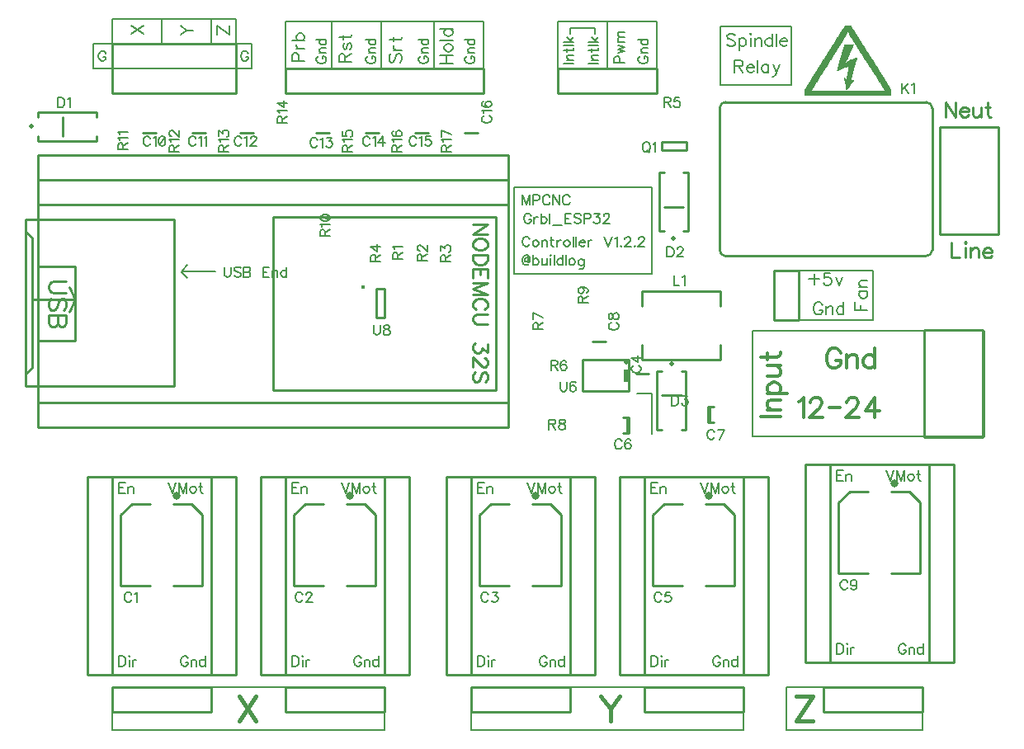
<source format=gbr>
G04 DipTrace 3.3.1.3*
G04 TopSilk.gbr*
%MOIN*%
G04 #@! TF.FileFunction,Legend,Top*
G04 #@! TF.Part,Single*
%ADD10C,0.009843*%
%ADD12C,0.003*%
%ADD27C,0.008*%
%ADD28C,0.031482*%
%ADD32C,0.019695*%
%ADD34C,0.019677*%
%ADD54C,0.019692*%
%ADD57C,0.015395*%
%ADD124C,0.006176*%
%ADD125C,0.015439*%
%ADD126C,0.012351*%
%ADD127C,0.00772*%
%ADD128C,0.009264*%
%ADD129C,0.010807*%
%FSLAX26Y26*%
G04*
G70*
G90*
G75*
G01*
G04 TopSilk*
%LPD*%
X1108700Y1287868D2*
D10*
Y1002625D1*
X1063820Y1332794D2*
X1108700Y1287868D1*
X778700D2*
Y1002625D1*
X823580Y1332794D2*
X778700Y1287868D1*
X990956Y1332794D2*
X1063820D1*
X823580D2*
X896444D1*
X990956Y1002625D2*
X1108700D1*
X778700D2*
X896444D1*
D28*
X1002737Y1364565D3*
X1808700Y1287868D2*
D10*
Y1002625D1*
X1763820Y1332794D2*
X1808700Y1287868D1*
X1478700D2*
Y1002625D1*
X1523580Y1332794D2*
X1478700Y1287868D1*
X1690956Y1332794D2*
X1763820D1*
X1523580D2*
X1596444D1*
X1690956Y1002625D2*
X1808700D1*
X1478700D2*
X1596444D1*
D28*
X1702737Y1364565D3*
X2558700Y1287868D2*
D10*
Y1002625D1*
X2513820Y1332794D2*
X2558700Y1287868D1*
X2228700D2*
Y1002625D1*
X2273580Y1332794D2*
X2228700Y1287868D1*
X2440956Y1332794D2*
X2513820D1*
X2273580D2*
X2346444D1*
X2440956Y1002625D2*
X2558700D1*
X2228700D2*
X2346444D1*
D28*
X2452737Y1364565D3*
X2860838Y1857613D2*
D10*
X2911980D1*
X3258700Y1287868D2*
Y1002625D1*
X3213820Y1332794D2*
X3258700Y1287868D1*
X2928700D2*
Y1002625D1*
X2973580Y1332794D2*
X2928700Y1287868D1*
X3140956Y1332794D2*
X3213820D1*
X2973580D2*
X3046444D1*
X3140956Y1002625D2*
X3258700D1*
X2928700D2*
X3046444D1*
D28*
X3152737Y1364565D3*
X2824663Y1681914D2*
D10*
Y1618985D1*
X2832112Y1681914D2*
Y1618985D1*
Y1681914D2*
X2808553D1*
X2832112Y1618985D2*
X2808553D1*
X3156987Y1662235D2*
Y1725165D1*
X3149539Y1662235D2*
Y1725165D1*
Y1662235D2*
X3173098D1*
X3149539Y1725165D2*
X3173098D1*
X2735980Y1989894D2*
X2684838D1*
X4008700Y1337868D2*
Y1052625D1*
X3963820Y1382794D2*
X4008700Y1337868D1*
X3678700D2*
Y1052625D1*
X3723580Y1382794D2*
X3678700Y1337868D1*
X3890956Y1382794D2*
X3963820D1*
X3723580D2*
X3796444D1*
X3890956Y1052625D2*
X4008700D1*
X3678700D2*
X3796444D1*
D28*
X3902737Y1414565D3*
X445519Y2897180D2*
D10*
Y2916869D1*
X681744D1*
Y2897180D1*
X445519Y2818448D2*
Y2798759D1*
X681744D1*
Y2818448D1*
X543965Y2897180D2*
Y2818448D1*
D32*
X416005Y2857814D3*
X2973085Y2435570D2*
D10*
X2953396D1*
Y2671795D1*
X2973085D1*
X3051817Y2435570D2*
X3071506D1*
Y2671795D1*
X3051817D1*
X2973085Y2534016D2*
X3051817D1*
D34*
X3012451Y2406057D3*
X3042775Y1869597D2*
D10*
X3062464D1*
Y1633373D1*
X3042775D1*
X2964043Y1869597D2*
X2944354D1*
Y1633373D1*
X2964043D1*
X3042775Y1771151D2*
X2964043D1*
D34*
X3003409Y1899111D3*
X1443700Y3093700D2*
D10*
X2243700D1*
X1443700Y2993700D2*
Y3093700D1*
Y2993700D2*
X2243700D1*
Y3093700D1*
X1143700Y493700D2*
Y593700D1*
X743700Y493700D2*
X1143700D1*
X743700Y593700D2*
X1143700D1*
X743700Y493700D2*
Y593700D1*
Y2993700D2*
X1243700D1*
X743700Y3193700D2*
X1243700D1*
X743700Y2993700D2*
Y3193700D1*
X1243700Y2993700D2*
Y3193700D1*
X1843700Y493700D2*
Y593700D1*
X1443700Y493700D2*
X1843700D1*
X1443700Y593700D2*
X1843700D1*
X1443700Y493700D2*
Y593700D1*
X1969400Y2743700D2*
X1977000D1*
X517800D2*
X2343700D1*
X443700D2*
X517800D1*
X443700Y2643700D2*
Y2743700D1*
Y2643700D2*
X2343700D1*
Y2743700D1*
X2593700Y493700D2*
Y593700D1*
X2193700Y493700D2*
X2593700D1*
X2193700Y593700D2*
X2593700D1*
X2193700Y493700D2*
Y593700D1*
X3293700Y493700D2*
Y593700D1*
X2893700Y493700D2*
X3293700D1*
X2893700Y593700D2*
X3293700D1*
X2893700Y493700D2*
Y593700D1*
X3418700Y2074951D2*
X3518700D1*
X3418700Y2274951D2*
Y2074951D1*
Y2274951D2*
X3518700D1*
Y2074951D1*
X4018700Y493700D2*
Y593700D1*
X3618700Y493700D2*
X4018700D1*
X3618700Y593700D2*
X4018700D1*
X3618700Y493700D2*
Y593700D1*
X394267Y2433196D2*
X419287Y2408221D1*
X394267Y2483213D2*
X994267D1*
Y1808213D1*
X394267D1*
Y2483213D1*
X419287Y2408221D2*
Y1883206D1*
X394267Y1858231D1*
X419287Y2158201D2*
X594247D1*
X569287Y2208218D1*
X594247Y2158201D2*
X569287Y2108183D1*
X2943700Y2993700D2*
Y3093700D1*
X2543700Y2993700D2*
X2943700D1*
X2543700Y3093700D2*
X2943700D1*
X2543700Y2993700D2*
Y3093700D1*
X4056298Y2358557D2*
G02X4032267Y2334546I-24014J3D01*
G01*
X3222062D1*
G02X3198031Y2358557I-18J24014D01*
G01*
Y2932583D1*
G02X3222062Y2956594I24014J-3D01*
G01*
X4032267D1*
G02X4056298Y2932583I18J-24014D01*
G01*
Y2358557D1*
X2885774Y2133851D2*
Y2192910D1*
X3200741D1*
Y2133851D1*
Y1976378D2*
Y1917319D1*
X2885774D1*
Y1976378D1*
X3063731Y2763585D2*
X2965308D1*
Y2795074D1*
X3063731D1*
Y2763585D1*
X4324310Y2855561D2*
X4088090D1*
Y2422490D1*
X4324310D1*
Y2855561D1*
X4261810Y2036810D2*
X4025590D1*
Y1603739D1*
X4261810D1*
Y2036810D1*
X2343700Y2643700D2*
X443700D1*
Y1643700D1*
X2343700D1*
Y2643700D1*
Y2543700D2*
X443700D1*
X2343700Y1743700D2*
X443700D1*
X2293730Y2493700D2*
X1393700D1*
Y1793700D1*
X2293730D1*
Y2493700D1*
X593610Y2293700D2*
X443700D1*
Y1993700D1*
X593610D1*
Y2293700D1*
X643700Y1443700D2*
X743720D1*
Y643700D1*
X643700D1*
Y1443700D1*
X1143680D2*
X1243700D1*
Y643700D1*
X1143680D1*
Y1443700D1*
X743720D2*
X1143680D1*
Y643700D1*
X743720D1*
Y1443700D1*
X1343700D2*
X1443720D1*
Y643700D1*
X1343700D1*
Y1443700D1*
X1843680D2*
X1943700D1*
Y643700D1*
X1843680D1*
Y1443700D1*
X1443720D2*
X1843680D1*
Y643700D1*
X1443720D1*
Y1443700D1*
X2093700D2*
X2193720D1*
Y643700D1*
X2093700D1*
Y1443700D1*
X2593680D2*
X2693700D1*
Y643700D1*
X2593680D1*
Y1443700D1*
X2193720D2*
X2593680D1*
Y643700D1*
X2193720D1*
Y1443700D1*
X2793700D2*
X2893720D1*
Y643700D1*
X2793700D1*
Y1443700D1*
X3293680D2*
X3393700D1*
Y643700D1*
X3293680D1*
Y1443700D1*
X2893720D2*
X3293680D1*
Y643700D1*
X2893720D1*
Y1443700D1*
X2829724Y1787812D2*
X2642716D1*
Y1915768D1*
X2829724D1*
Y1787812D1*
D54*
X2819878Y1905916D3*
G36*
X2829724Y1827166D2*
X2810032D1*
Y1876386D1*
X2829724D1*
Y1827166D1*
G37*
X3543700Y1493700D2*
D10*
X3643720D1*
Y693700D1*
X3543700D1*
Y1493700D1*
X4043680D2*
X4143700D1*
Y693700D1*
X4043680D1*
Y1493700D1*
X3643720D2*
X4043680D1*
Y693700D1*
X3643720D1*
Y1493700D1*
D57*
X1758325Y2208114D3*
X1812391Y2202851D2*
D10*
Y2084743D1*
X1843881Y2202851D2*
Y2084743D1*
X1812391D2*
X1843881D1*
X1812391Y2202851D2*
X1843881D1*
X919271Y2833591D2*
X868129D1*
X1119271D2*
X1068129D1*
X1313022D2*
X1261880D1*
X1619271D2*
X1568129D1*
X1819271D2*
X1768129D1*
X2019271D2*
X1968129D1*
X2219271D2*
X2168129D1*
X743700Y593700D2*
D27*
X1843700D1*
Y418700D1*
X743700D1*
Y593700D1*
X2193700D2*
X2218700D1*
X2193700D1*
X3293700D1*
Y418700D1*
X2193700D1*
Y593700D1*
X3468700D2*
X4018700D1*
Y418700D1*
X3468700D1*
Y593700D1*
X3418700Y2275885D2*
X3818700D1*
Y2075885D1*
X3418700D1*
Y2275885D1*
X3331200Y2031200D2*
X4268700D1*
Y1606200D1*
X3331200D1*
Y2031200D1*
X2368699Y2612451D2*
X2924949D1*
Y2262451D1*
X2368699D1*
Y2612451D1*
X743700Y3293700D2*
X943700D1*
Y3193700D1*
X743700D1*
Y3293700D1*
X943700D2*
X1143700D1*
Y3193700D1*
X943700D1*
Y3293700D1*
X1143700D2*
X1243700D1*
Y3193700D1*
X1143700D1*
Y3293700D1*
X668700Y3193700D2*
X1306200D1*
Y3093700D1*
X668700D1*
Y3193700D1*
X2593700Y3231200D2*
Y3256200D1*
X2693700D1*
Y3231200D1*
X1443700Y3281200D2*
X1631200D1*
Y3093700D1*
X1443700D1*
Y3281200D1*
X1631200Y3106200D2*
Y3093700D1*
Y3106200D1*
Y3281200D2*
X1831200D1*
Y3093700D1*
X1631200D1*
Y3281200D1*
X1831200D2*
X2043700D1*
Y3093700D1*
X1831200D1*
Y3281200D1*
X2043700D2*
X2243700D1*
Y3093700D1*
X2043700D1*
Y3281200D1*
X2543700D2*
X2743700D1*
Y3093700D1*
X2543700D1*
Y3281200D1*
X2743700D2*
X2943700D1*
Y3093700D1*
X2743700D1*
Y3281200D1*
X3199951Y3262451D2*
X3487451D1*
Y3024949D1*
X3199951D1*
Y3262451D1*
X2923487Y1617489D2*
Y1779426D1*
X2863743Y1777854D1*
X1162234Y2272056D2*
X1023204D1*
X1027102Y2274654D2*
X1047892Y2298043D1*
X1024503Y2269457D2*
X1047892Y2247368D1*
X3705451Y3265700D2*
D12*
X3726451D1*
X3702462Y3262700D2*
X3728413D1*
X3699568Y3259700D2*
X3730415D1*
X3696962Y3256700D2*
X3732452D1*
X3694786Y3253700D2*
X3734334D1*
X3692937Y3250700D2*
X3736050D1*
X3691191Y3247700D2*
X3737743D1*
X3689344Y3244700D2*
X3739569D1*
X3687376Y3241700D2*
X3741529D1*
X3685438Y3238700D2*
X3710975D1*
X3718029D2*
X3743465D1*
X3683460Y3235700D2*
X3710114D1*
X3719169D2*
X3745442D1*
X3681437Y3232700D2*
X3708850D1*
X3720770D2*
X3747465D1*
X3679562Y3229700D2*
X3707212D1*
X3722459D2*
X3749339D1*
X3677849Y3226700D2*
X3705340D1*
X3724096D2*
X3751052D1*
X3676158Y3223700D2*
X3703526D1*
X3725759D2*
X3752743D1*
X3674332Y3220700D2*
X3701836D1*
X3727575D2*
X3754569D1*
X3672372Y3217700D2*
X3700154D1*
X3729531D2*
X3756529D1*
X3670436Y3214700D2*
X3698330D1*
X3731466D2*
X3758465D1*
X3668459Y3211700D2*
X3696384D1*
X3733442D2*
X3760442D1*
X3666437Y3208700D2*
X3694541D1*
X3735465D2*
X3762465D1*
X3664562Y3205700D2*
X3692841D1*
X3737339D2*
X3764339D1*
X3662849Y3202700D2*
X3691155D1*
X3739052D2*
X3766052D1*
X3661158Y3199700D2*
X3689331D1*
X3740743D2*
X3767743D1*
X3659332Y3196700D2*
X3687372D1*
X3742569D2*
X3769569D1*
X3657384Y3193700D2*
X3685436D1*
X3744529D2*
X3771529D1*
X3655542Y3190700D2*
X3683459D1*
X3702451D2*
X3738451D1*
X3746465D2*
X3773465D1*
X3653842Y3187700D2*
X3681437D1*
X3701054D2*
X3736602D1*
X3748442D2*
X3775442D1*
X3652155Y3184700D2*
X3679562D1*
X3700087D2*
X3734985D1*
X3750465D2*
X3777465D1*
X3650331Y3181700D2*
X3677849D1*
X3699269D2*
X3733667D1*
X3752339D2*
X3779339D1*
X3648372Y3178700D2*
X3676158D1*
X3698345D2*
X3732554D1*
X3754052D2*
X3781052D1*
X3646436Y3175700D2*
X3674332D1*
X3697392D2*
X3731373D1*
X3755743D2*
X3782743D1*
X3644459Y3172700D2*
X3672372D1*
X3696457D2*
X3730053D1*
X3757569D2*
X3784569D1*
X3642437Y3169700D2*
X3670436D1*
X3695438D2*
X3728642D1*
X3759529D2*
X3786529D1*
X3640562Y3166700D2*
X3668459D1*
X3694432D2*
X3727177D1*
X3761465D2*
X3788465D1*
X3638849Y3163700D2*
X3666437D1*
X3693473D2*
X3725694D1*
X3763442D2*
X3790442D1*
X3637158Y3160700D2*
X3664562D1*
X3692455D2*
X3724208D1*
X3765465D2*
X3792465D1*
X3635332Y3157700D2*
X3662849D1*
X3691540D2*
X3722806D1*
X3767339D2*
X3794339D1*
X3633372Y3154700D2*
X3661158D1*
X3690856D2*
X3721593D1*
X3769052D2*
X3796052D1*
X3631424Y3151700D2*
X3659332D1*
X3690174D2*
X3720526D1*
X3770743D2*
X3797755D1*
X3629354Y3148700D2*
X3657372D1*
X3689309D2*
X3719363D1*
X3772569D2*
X3799675D1*
X3627043Y3145700D2*
X3655436D1*
X3688379D2*
X3718049D1*
X3774529D2*
X3801911D1*
X3624738Y3142700D2*
X3653459D1*
X3687452D2*
X3716641D1*
X3776465D2*
X3804195D1*
X3622697Y3139700D2*
X3651437D1*
X3686448D2*
X3715188D1*
X3778442D2*
X3806317D1*
X3620904Y3136700D2*
X3649562D1*
X3685537D2*
X3713799D1*
X3747451D2*
X3750451D1*
X3780465D2*
X3808382D1*
X3619179Y3133700D2*
X3647849D1*
X3684855D2*
X3712591D1*
X3741336D2*
X3749987D1*
X3782339D2*
X3810453D1*
X3617340Y3130700D2*
X3646158D1*
X3684174D2*
X3711525D1*
X3734964D2*
X3749232D1*
X3784052D2*
X3812437D1*
X3615387Y3127700D2*
X3644332D1*
X3683309D2*
X3710353D1*
X3728358D2*
X3748349D1*
X3785755D2*
X3814432D1*
X3613543Y3124700D2*
X3642372D1*
X3682379D2*
X3708962D1*
X3722045D2*
X3747442D1*
X3787675D2*
X3816461D1*
X3611842Y3121700D2*
X3640436D1*
X3681452D2*
X3707305D1*
X3716502D2*
X3746444D1*
X3789911D2*
X3818338D1*
X3610155Y3118700D2*
X3638459D1*
X3680448D2*
X3705451D1*
X3711451D2*
X3745536D1*
X3792184D2*
X3820052D1*
X3608331Y3115700D2*
X3636437D1*
X3679537D2*
X3744855D1*
X3794211D2*
X3821743D1*
X3606372Y3112700D2*
X3634562D1*
X3678855D2*
X3744174D1*
X3795999D2*
X3823569D1*
X3604436Y3109700D2*
X3632849D1*
X3678174D2*
X3743309D1*
X3797735D2*
X3825529D1*
X3602459Y3106700D2*
X3631146D1*
X3677309D2*
X3742379D1*
X3799667D2*
X3827465D1*
X3600437Y3103700D2*
X3629226D1*
X3676379D2*
X3715040D1*
X3719987D2*
X3741452D1*
X3801909D2*
X3829442D1*
X3598562Y3100700D2*
X3626990D1*
X3675452D2*
X3707286D1*
X3719243D2*
X3740448D1*
X3804183D2*
X3831465D1*
X3596849Y3097700D2*
X3624718D1*
X3674448D2*
X3700281D1*
X3718467D2*
X3739537D1*
X3806211D2*
X3833339D1*
X3595158Y3094700D2*
X3622690D1*
X3673549D2*
X3693794D1*
X3717941D2*
X3738855D1*
X3807999D2*
X3835052D1*
X3593332Y3091700D2*
X3620902D1*
X3672970D2*
X3687583D1*
X3717651D2*
X3738174D1*
X3809723D2*
X3836743D1*
X3591372Y3088700D2*
X3619178D1*
X3672655D2*
X3681496D1*
X3717418D2*
X3737309D1*
X3811562D2*
X3838569D1*
X3589436Y3085700D2*
X3617339D1*
X3672451D2*
X3675451D1*
X3716983D2*
X3736379D1*
X3813526D2*
X3840529D1*
X3587459Y3082700D2*
X3615375D1*
X3716244D2*
X3735452D1*
X3815464D2*
X3842465D1*
X3585437Y3079700D2*
X3613437D1*
X3715467D2*
X3734448D1*
X3817442D2*
X3844442D1*
X3583562Y3076700D2*
X3611460D1*
X3714942D2*
X3733537D1*
X3819476D2*
X3846465D1*
X3581849Y3073700D2*
X3609437D1*
X3714651D2*
X3732855D1*
X3821445D2*
X3848339D1*
X3580158Y3070700D2*
X3607562D1*
X3714418D2*
X3732174D1*
X3823435D2*
X3850052D1*
X3578332Y3067700D2*
X3605849D1*
X3713983D2*
X3731321D1*
X3825474D2*
X3851743D1*
X3576372Y3064700D2*
X3604158D1*
X3713244D2*
X3730485D1*
X3827444D2*
X3853569D1*
X3574436Y3061700D2*
X3602332D1*
X3712467D2*
X3729835D1*
X3829434D2*
X3855529D1*
X3572459Y3058700D2*
X3600372D1*
X3711939D2*
X3729167D1*
X3831462D2*
X3857465D1*
X3570437Y3055700D2*
X3598436D1*
X3699451D2*
X3702451D1*
X3711644D2*
X3728318D1*
X3833339D2*
X3859442D1*
X3568562Y3052700D2*
X3596459D1*
X3700476D2*
X3705451D1*
X3711451D2*
X3727487D1*
X3835052D2*
X3861465D1*
X3566861Y3049700D2*
X3594437D1*
X3701381D2*
X3726898D1*
X3836743D2*
X3863339D1*
X3565263Y3046700D2*
X3592562D1*
X3702055D2*
X3726451D1*
X3732451D2*
X3738451D1*
X3838569D2*
X3865052D1*
X3563714Y3043700D2*
X3590849D1*
X3702731D2*
X3735914D1*
X3840529D2*
X3866743D1*
X3562103Y3040700D2*
X3589158D1*
X3703582D2*
X3733670D1*
X3842465D2*
X3868569D1*
X3560311Y3037700D2*
X3587332D1*
X3704406D2*
X3731552D1*
X3844442D2*
X3870517D1*
X3558365Y3034700D2*
X3585372D1*
X3704961D2*
X3729460D1*
X3846465D2*
X3872360D1*
X3556433Y3031700D2*
X3583436D1*
X3705353D2*
X3727469D1*
X3848339D2*
X3874060D1*
X3554458Y3028700D2*
X3581459D1*
X3705865D2*
X3725471D1*
X3850052D2*
X3875746D1*
X3552425Y3025700D2*
X3579437D1*
X3706637D2*
X3723429D1*
X3851743D2*
X3877570D1*
X3550456Y3022700D2*
X3577562D1*
X3707426D2*
X3721446D1*
X3853569D2*
X3879529D1*
X3548467Y3019700D2*
X3575849D1*
X3707957D2*
X3719350D1*
X3855529D2*
X3881465D1*
X3546439Y3016700D2*
X3574158D1*
X3708239D2*
X3716931D1*
X3857465D2*
X3883430D1*
X3544574Y3013700D2*
X3572344D1*
X3708372D2*
X3714246D1*
X3859430D2*
X3885347D1*
X3542978Y3010700D2*
X3570501D1*
X3708451D2*
X3711451D1*
X3861348D2*
X3886828D1*
X3541775Y3007700D2*
X3569042D1*
X3862839D2*
X3887705D1*
X3541061Y3004700D2*
X3568115D1*
X3863779D2*
X3888140D1*
X3540707Y3001700D2*
X3888330D1*
X3540550Y2998700D2*
X3888406D1*
X3540488Y2995700D2*
X3888435D1*
X3540464Y2992700D2*
X3888445D1*
X3540455Y2989700D2*
X3888449D1*
X3540451Y2986700D2*
X3888451D1*
X3705451Y3265700D2*
X3702462Y3262700D1*
X3699568Y3259700D1*
X3696962Y3256700D1*
X3694786Y3253700D1*
X3692937Y3250700D1*
X3691191Y3247700D1*
X3689344Y3244700D1*
X3687376Y3241700D1*
X3685438Y3238700D1*
X3683460Y3235700D1*
X3681437Y3232700D1*
X3679562Y3229700D1*
X3677849Y3226700D1*
X3676158Y3223700D1*
X3674332Y3220700D1*
X3672372Y3217700D1*
X3670436Y3214700D1*
X3668459Y3211700D1*
X3666437Y3208700D1*
X3664562Y3205700D1*
X3662849Y3202700D1*
X3661158Y3199700D1*
X3659332Y3196700D1*
X3657384Y3193700D1*
X3655542Y3190700D1*
X3653842Y3187700D1*
X3652155Y3184700D1*
X3650331Y3181700D1*
X3648372Y3178700D1*
X3646436Y3175700D1*
X3644459Y3172700D1*
X3642437Y3169700D1*
X3640562Y3166700D1*
X3638849Y3163700D1*
X3637158Y3160700D1*
X3635332Y3157700D1*
X3633372Y3154700D1*
X3631424Y3151700D1*
X3629354Y3148700D1*
X3627043Y3145700D1*
X3624738Y3142700D1*
X3622697Y3139700D1*
X3620904Y3136700D1*
X3619179Y3133700D1*
X3617340Y3130700D1*
X3615387Y3127700D1*
X3613543Y3124700D1*
X3611842Y3121700D1*
X3610155Y3118700D1*
X3608331Y3115700D1*
X3606372Y3112700D1*
X3604436Y3109700D1*
X3602459Y3106700D1*
X3600437Y3103700D1*
X3598562Y3100700D1*
X3596849Y3097700D1*
X3595158Y3094700D1*
X3593332Y3091700D1*
X3591372Y3088700D1*
X3589436Y3085700D1*
X3587459Y3082700D1*
X3585437Y3079700D1*
X3583562Y3076700D1*
X3581849Y3073700D1*
X3580158Y3070700D1*
X3578332Y3067700D1*
X3576372Y3064700D1*
X3574436Y3061700D1*
X3572459Y3058700D1*
X3570437Y3055700D1*
X3568562Y3052700D1*
X3566861Y3049700D1*
X3565263Y3046700D1*
X3563714Y3043700D1*
X3562103Y3040700D1*
X3560311Y3037700D1*
X3558365Y3034700D1*
X3556433Y3031700D1*
X3554458Y3028700D1*
X3552425Y3025700D1*
X3550456Y3022700D1*
X3548467Y3019700D1*
X3546439Y3016700D1*
X3544574Y3013700D1*
X3542978Y3010700D1*
X3541775Y3007700D1*
X3541061Y3004700D1*
X3540707Y3001700D1*
X3540550Y2998700D1*
X3540488Y2995700D1*
X3540464Y2992700D1*
X3540455Y2989700D1*
X3540451Y2986700D1*
X3726451Y3265700D2*
X3728413Y3262700D1*
X3730415Y3259700D1*
X3732452Y3256700D1*
X3734334Y3253700D1*
X3736050Y3250700D1*
X3737743Y3247700D1*
X3739569Y3244700D1*
X3741529Y3241700D1*
X3743465Y3238700D1*
X3745442Y3235700D1*
X3747465Y3232700D1*
X3749339Y3229700D1*
X3751052Y3226700D1*
X3752743Y3223700D1*
X3754569Y3220700D1*
X3756529Y3217700D1*
X3758465Y3214700D1*
X3760442Y3211700D1*
X3762465Y3208700D1*
X3764339Y3205700D1*
X3766052Y3202700D1*
X3767743Y3199700D1*
X3769569Y3196700D1*
X3771529Y3193700D1*
X3773465Y3190700D1*
X3775442Y3187700D1*
X3777465Y3184700D1*
X3779339Y3181700D1*
X3781052Y3178700D1*
X3782743Y3175700D1*
X3784569Y3172700D1*
X3786529Y3169700D1*
X3788465Y3166700D1*
X3790442Y3163700D1*
X3792465Y3160700D1*
X3794339Y3157700D1*
X3796052Y3154700D1*
X3797755Y3151700D1*
X3799675Y3148700D1*
X3801911Y3145700D1*
X3804195Y3142700D1*
X3806317Y3139700D1*
X3808382Y3136700D1*
X3810453Y3133700D1*
X3812437Y3130700D1*
X3814432Y3127700D1*
X3816461Y3124700D1*
X3818338Y3121700D1*
X3820052Y3118700D1*
X3821743Y3115700D1*
X3823569Y3112700D1*
X3825529Y3109700D1*
X3827465Y3106700D1*
X3829442Y3103700D1*
X3831465Y3100700D1*
X3833339Y3097700D1*
X3835052Y3094700D1*
X3836743Y3091700D1*
X3838569Y3088700D1*
X3840529Y3085700D1*
X3842465Y3082700D1*
X3844442Y3079700D1*
X3846465Y3076700D1*
X3848339Y3073700D1*
X3850052Y3070700D1*
X3851743Y3067700D1*
X3853569Y3064700D1*
X3855529Y3061700D1*
X3857465Y3058700D1*
X3859442Y3055700D1*
X3861465Y3052700D1*
X3863339Y3049700D1*
X3865052Y3046700D1*
X3866743Y3043700D1*
X3868569Y3040700D1*
X3870517Y3037700D1*
X3872360Y3034700D1*
X3874060Y3031700D1*
X3875746Y3028700D1*
X3877570Y3025700D1*
X3879529Y3022700D1*
X3881465Y3019700D1*
X3883430Y3016700D1*
X3885347Y3013700D1*
X3886828Y3010700D1*
X3887705Y3007700D1*
X3888140Y3004700D1*
X3888330Y3001700D1*
X3888406Y2998700D1*
X3888435Y2995700D1*
X3888445Y2992700D1*
X3888449Y2989700D1*
X3888451Y2986700D1*
X3711451Y3241700D2*
X3710975Y3238700D1*
X3710114Y3235700D1*
X3708850Y3232700D1*
X3707212Y3229700D1*
X3705340Y3226700D1*
X3703526Y3223700D1*
X3701836Y3220700D1*
X3700154Y3217700D1*
X3698330Y3214700D1*
X3696384Y3211700D1*
X3694541Y3208700D1*
X3692841Y3205700D1*
X3691155Y3202700D1*
X3689331Y3199700D1*
X3687372Y3196700D1*
X3685436Y3193700D1*
X3683459Y3190700D1*
X3681437Y3187700D1*
X3679562Y3184700D1*
X3677849Y3181700D1*
X3676158Y3178700D1*
X3674332Y3175700D1*
X3672372Y3172700D1*
X3670436Y3169700D1*
X3668459Y3166700D1*
X3666437Y3163700D1*
X3664562Y3160700D1*
X3662849Y3157700D1*
X3661158Y3154700D1*
X3659332Y3151700D1*
X3657372Y3148700D1*
X3655436Y3145700D1*
X3653459Y3142700D1*
X3651437Y3139700D1*
X3649562Y3136700D1*
X3647849Y3133700D1*
X3646158Y3130700D1*
X3644332Y3127700D1*
X3642372Y3124700D1*
X3640436Y3121700D1*
X3638459Y3118700D1*
X3636437Y3115700D1*
X3634562Y3112700D1*
X3632849Y3109700D1*
X3631146Y3106700D1*
X3629226Y3103700D1*
X3626990Y3100700D1*
X3624718Y3097700D1*
X3622690Y3094700D1*
X3620902Y3091700D1*
X3619178Y3088700D1*
X3617339Y3085700D1*
X3615375Y3082700D1*
X3613437Y3079700D1*
X3611460Y3076700D1*
X3609437Y3073700D1*
X3607562Y3070700D1*
X3605849Y3067700D1*
X3604158Y3064700D1*
X3602332Y3061700D1*
X3600372Y3058700D1*
X3598436Y3055700D1*
X3596459Y3052700D1*
X3594437Y3049700D1*
X3592562Y3046700D1*
X3590849Y3043700D1*
X3589158Y3040700D1*
X3587332Y3037700D1*
X3585372Y3034700D1*
X3583436Y3031700D1*
X3581459Y3028700D1*
X3579437Y3025700D1*
X3577562Y3022700D1*
X3575849Y3019700D1*
X3574158Y3016700D1*
X3572344Y3013700D1*
X3570501Y3010700D1*
X3569042Y3007700D1*
X3568115Y3004700D1*
X3567451Y3001700D1*
X3717451Y3241700D2*
X3718029Y3238700D1*
X3719169Y3235700D1*
X3720770Y3232700D1*
X3722459Y3229700D1*
X3724096Y3226700D1*
X3725759Y3223700D1*
X3727575Y3220700D1*
X3729531Y3217700D1*
X3731466Y3214700D1*
X3733442Y3211700D1*
X3735465Y3208700D1*
X3737339Y3205700D1*
X3739052Y3202700D1*
X3740743Y3199700D1*
X3742569Y3196700D1*
X3744529Y3193700D1*
X3746465Y3190700D1*
X3748442Y3187700D1*
X3750465Y3184700D1*
X3752339Y3181700D1*
X3754052Y3178700D1*
X3755743Y3175700D1*
X3757569Y3172700D1*
X3759529Y3169700D1*
X3761465Y3166700D1*
X3763442Y3163700D1*
X3765465Y3160700D1*
X3767339Y3157700D1*
X3769052Y3154700D1*
X3770743Y3151700D1*
X3772569Y3148700D1*
X3774529Y3145700D1*
X3776465Y3142700D1*
X3778442Y3139700D1*
X3780465Y3136700D1*
X3782339Y3133700D1*
X3784052Y3130700D1*
X3785755Y3127700D1*
X3787675Y3124700D1*
X3789911Y3121700D1*
X3792184Y3118700D1*
X3794211Y3115700D1*
X3795999Y3112700D1*
X3797735Y3109700D1*
X3799667Y3106700D1*
X3801909Y3103700D1*
X3804183Y3100700D1*
X3806211Y3097700D1*
X3807999Y3094700D1*
X3809723Y3091700D1*
X3811562Y3088700D1*
X3813526Y3085700D1*
X3815464Y3082700D1*
X3817442Y3079700D1*
X3819476Y3076700D1*
X3821445Y3073700D1*
X3823435Y3070700D1*
X3825474Y3067700D1*
X3827444Y3064700D1*
X3829434Y3061700D1*
X3831462Y3058700D1*
X3833339Y3055700D1*
X3835052Y3052700D1*
X3836743Y3049700D1*
X3838569Y3046700D1*
X3840529Y3043700D1*
X3842465Y3040700D1*
X3844442Y3037700D1*
X3846465Y3034700D1*
X3848339Y3031700D1*
X3850052Y3028700D1*
X3851743Y3025700D1*
X3853569Y3022700D1*
X3855529Y3019700D1*
X3857465Y3016700D1*
X3859430Y3013700D1*
X3861348Y3010700D1*
X3862839Y3007700D1*
X3863779Y3004700D1*
X3864451Y3001700D1*
X3702451Y3190700D2*
X3701054Y3187700D1*
X3700087Y3184700D1*
X3699269Y3181700D1*
X3698345Y3178700D1*
X3697392Y3175700D1*
X3696457Y3172700D1*
X3695438Y3169700D1*
X3694432Y3166700D1*
X3693473Y3163700D1*
X3692455Y3160700D1*
X3691540Y3157700D1*
X3690856Y3154700D1*
X3690174Y3151700D1*
X3689309Y3148700D1*
X3688379Y3145700D1*
X3687452Y3142700D1*
X3686448Y3139700D1*
X3685537Y3136700D1*
X3684855Y3133700D1*
X3684174Y3130700D1*
X3683309Y3127700D1*
X3682379Y3124700D1*
X3681452Y3121700D1*
X3680448Y3118700D1*
X3679537Y3115700D1*
X3678855Y3112700D1*
X3678174Y3109700D1*
X3677309Y3106700D1*
X3676379Y3103700D1*
X3675452Y3100700D1*
X3674448Y3097700D1*
X3673549Y3094700D1*
X3672970Y3091700D1*
X3672655Y3088700D1*
X3672451Y3085700D1*
X3738451Y3190700D2*
X3736602Y3187700D1*
X3734985Y3184700D1*
X3733667Y3181700D1*
X3732554Y3178700D1*
X3731373Y3175700D1*
X3730053Y3172700D1*
X3728642Y3169700D1*
X3727177Y3166700D1*
X3725694Y3163700D1*
X3724208Y3160700D1*
X3722806Y3157700D1*
X3721593Y3154700D1*
X3720526Y3151700D1*
X3719363Y3148700D1*
X3718049Y3145700D1*
X3716641Y3142700D1*
X3715188Y3139700D1*
X3713799Y3136700D1*
X3712591Y3133700D1*
X3711525Y3130700D1*
X3710353Y3127700D1*
X3708962Y3124700D1*
X3707305Y3121700D1*
X3705451Y3118700D1*
X3747451Y3136700D2*
X3741336Y3133700D1*
X3734964Y3130700D1*
X3728358Y3127700D1*
X3722045Y3124700D1*
X3716502Y3121700D1*
X3711451Y3118700D1*
X3750451Y3136700D2*
X3749987Y3133700D1*
X3749232Y3130700D1*
X3748349Y3127700D1*
X3747442Y3124700D1*
X3746444Y3121700D1*
X3745536Y3118700D1*
X3744855Y3115700D1*
X3744174Y3112700D1*
X3743309Y3109700D1*
X3742379Y3106700D1*
X3741452Y3103700D1*
X3740448Y3100700D1*
X3739537Y3097700D1*
X3738855Y3094700D1*
X3738174Y3091700D1*
X3737309Y3088700D1*
X3736379Y3085700D1*
X3735452Y3082700D1*
X3734448Y3079700D1*
X3733537Y3076700D1*
X3732855Y3073700D1*
X3732174Y3070700D1*
X3731321Y3067700D1*
X3730485Y3064700D1*
X3729835Y3061700D1*
X3729167Y3058700D1*
X3728318Y3055700D1*
X3727487Y3052700D1*
X3726898Y3049700D1*
X3726451Y3046700D1*
X3723451Y3106700D2*
X3715040Y3103700D1*
X3707286Y3100700D1*
X3700281Y3097700D1*
X3693794Y3094700D1*
X3687583Y3091700D1*
X3681496Y3088700D1*
X3675451Y3085700D1*
X3720451Y3106700D2*
X3719987Y3103700D1*
X3719243Y3100700D1*
X3718467Y3097700D1*
X3717941Y3094700D1*
X3717651Y3091700D1*
X3717418Y3088700D1*
X3716983Y3085700D1*
X3716244Y3082700D1*
X3715467Y3079700D1*
X3714942Y3076700D1*
X3714651Y3073700D1*
X3714418Y3070700D1*
X3713983Y3067700D1*
X3713244Y3064700D1*
X3712467Y3061700D1*
X3711939Y3058700D1*
X3711644Y3055700D1*
X3711451Y3052700D1*
X3699451Y3055700D2*
X3700476Y3052700D1*
X3701381Y3049700D1*
X3702055Y3046700D1*
X3702731Y3043700D1*
X3703582Y3040700D1*
X3704406Y3037700D1*
X3704961Y3034700D1*
X3705353Y3031700D1*
X3705865Y3028700D1*
X3706637Y3025700D1*
X3707426Y3022700D1*
X3707957Y3019700D1*
X3708239Y3016700D1*
X3708372Y3013700D1*
X3708451Y3010700D1*
X3702451Y3055700D2*
X3705451Y3052700D1*
X3732451Y3046700D2*
X3738451D2*
X3735914Y3043700D1*
X3733670Y3040700D1*
X3731552Y3037700D1*
X3729460Y3034700D1*
X3727469Y3031700D1*
X3725471Y3028700D1*
X3723429Y3025700D1*
X3721446Y3022700D1*
X3719350Y3019700D1*
X3716931Y3016700D1*
X3714246Y3013700D1*
X3711451Y3010700D1*
X822075Y966842D2*
D124*
X820174Y970645D1*
X816327Y974491D1*
X812524Y976393D1*
X804875D1*
X801028Y974491D1*
X797226Y970645D1*
X795280Y966842D1*
X793379Y961094D1*
Y951499D1*
X795280Y945795D1*
X797226Y941949D1*
X801028Y938146D1*
X804875Y936201D1*
X812524D1*
X816327Y938146D1*
X820174Y941949D1*
X822075Y945795D1*
X834426Y968699D2*
X838273Y970645D1*
X844021Y976348D1*
Y936201D1*
X1513475Y966842D2*
X1511574Y970645D1*
X1507727Y974491D1*
X1503924Y976393D1*
X1496275D1*
X1492428Y974491D1*
X1488626Y970645D1*
X1486680Y966842D1*
X1484779Y961094D1*
Y951499D1*
X1486680Y945795D1*
X1488626Y941949D1*
X1492428Y938146D1*
X1496275Y936201D1*
X1503924D1*
X1507727Y938146D1*
X1511574Y941949D1*
X1513475Y945795D1*
X1527772Y966798D2*
Y968699D1*
X1529673Y972546D1*
X1531574Y974447D1*
X1535421Y976348D1*
X1543070D1*
X1546873Y974447D1*
X1548774Y972546D1*
X1550720Y968699D1*
Y964897D1*
X1548774Y961050D1*
X1544972Y955346D1*
X1525826Y936201D1*
X1552621D1*
X2263475Y966842D2*
X2261574Y970645D1*
X2257727Y974491D1*
X2253924Y976393D1*
X2246275D1*
X2242428Y974491D1*
X2238626Y970645D1*
X2236680Y966842D1*
X2234779Y961094D1*
Y951499D1*
X2236680Y945795D1*
X2238626Y941949D1*
X2242428Y938146D1*
X2246275Y936201D1*
X2253924D1*
X2257727Y938146D1*
X2261574Y941949D1*
X2263475Y945795D1*
X2279673Y976348D2*
X2300676D1*
X2289224Y961050D1*
X2294972D1*
X2298774Y959149D1*
X2300676Y957247D1*
X2302621Y951499D1*
Y947697D1*
X2300676Y941949D1*
X2296873Y938102D1*
X2291125Y936201D1*
X2285377D1*
X2279673Y938102D1*
X2277772Y940047D1*
X2275826Y943850D1*
X2850446Y1892022D2*
X2846644Y1890121D1*
X2842797Y1886274D1*
X2840896Y1882471D1*
Y1874822D1*
X2842797Y1870975D1*
X2846644Y1867173D1*
X2850446Y1865227D1*
X2856194Y1863326D1*
X2865789D1*
X2871493Y1865227D1*
X2875340Y1867173D1*
X2879142Y1870975D1*
X2881088Y1874822D1*
Y1882471D1*
X2879142Y1886274D1*
X2875340Y1890120D1*
X2871493Y1892022D1*
X2881088Y1923518D2*
X2840940Y1923519D1*
X2867691Y1904373D1*
Y1933069D1*
X2963475Y966842D2*
X2961574Y970645D1*
X2957727Y974491D1*
X2953924Y976393D1*
X2946275D1*
X2942428Y974491D1*
X2938626Y970645D1*
X2936680Y966842D1*
X2934779Y961094D1*
Y951499D1*
X2936680Y945795D1*
X2938626Y941949D1*
X2942428Y938146D1*
X2946275Y936201D1*
X2953924D1*
X2957727Y938146D1*
X2961574Y941949D1*
X2963475Y945795D1*
X2998774Y976348D2*
X2979673D1*
X2977772Y959149D1*
X2979673Y961050D1*
X2985421Y962995D1*
X2991125D1*
X2996873Y961050D1*
X3000720Y957247D1*
X3002621Y951499D1*
Y947697D1*
X3000720Y941949D1*
X2996873Y938102D1*
X2991125Y936201D1*
X2985421D1*
X2979673Y938102D1*
X2977772Y940047D1*
X2975826Y943850D1*
X2803087Y1585486D2*
X2801186Y1589289D1*
X2797339Y1593136D1*
X2793536Y1595037D1*
X2785887D1*
X2782040Y1593136D1*
X2778238Y1589289D1*
X2776292Y1585486D1*
X2774391Y1579738D1*
Y1570144D1*
X2776292Y1564440D1*
X2778238Y1560593D1*
X2782040Y1556790D1*
X2785887Y1554845D1*
X2793536D1*
X2797339Y1556790D1*
X2801186Y1560593D1*
X2803087Y1564440D1*
X2838386Y1589289D2*
X2836485Y1593092D1*
X2830737Y1594993D1*
X2826934D1*
X2821186Y1593092D1*
X2817339Y1587343D1*
X2815438Y1577793D1*
Y1568242D1*
X2817339Y1560593D1*
X2821186Y1556746D1*
X2826934Y1554845D1*
X2828836D1*
X2834539Y1556746D1*
X2838386Y1560593D1*
X2840287Y1566341D1*
Y1568242D1*
X2838386Y1573990D1*
X2834539Y1577793D1*
X2828836Y1579694D1*
X2826934D1*
X2821186Y1577793D1*
X2817339Y1573990D1*
X2815438Y1568242D1*
X3177169Y1623436D2*
X3175267Y1627238D1*
X3171420Y1631085D1*
X3167618Y1632986D1*
X3159969D1*
X3156122Y1631085D1*
X3152319Y1627238D1*
X3150374Y1623436D1*
X3148473Y1617688D1*
Y1608093D1*
X3150374Y1602389D1*
X3152319Y1598542D1*
X3156122Y1594740D1*
X3159969Y1592794D1*
X3167618D1*
X3171420Y1594740D1*
X3175267Y1598542D1*
X3177169Y1602389D1*
X3197169Y1592794D2*
X3216315Y1632942D1*
X3189520D1*
X2759273Y2065277D2*
X2755471Y2063375D1*
X2751624Y2059529D1*
X2749723Y2055726D1*
Y2048077D1*
X2751624Y2044230D1*
X2755471Y2040428D1*
X2759273Y2038482D1*
X2765021Y2036581D1*
X2774616D1*
X2780320Y2038482D1*
X2784167Y2040428D1*
X2787969Y2044230D1*
X2789915Y2048077D1*
Y2055726D1*
X2787969Y2059529D1*
X2784167Y2063375D1*
X2780320Y2065277D1*
X2749767Y2087179D2*
X2751668Y2081475D1*
X2755471Y2079529D1*
X2759317D1*
X2763120Y2081475D1*
X2765065Y2085277D1*
X2766967Y2092927D1*
X2768868Y2098675D1*
X2772715Y2102477D1*
X2776517Y2104378D1*
X2782265D1*
X2786068Y2102477D1*
X2788013Y2100576D1*
X2789915Y2094828D1*
Y2087179D1*
X2788013Y2081475D1*
X2786068Y2079529D1*
X2782265Y2077628D1*
X2776517D1*
X2772715Y2079529D1*
X2768868Y2083376D1*
X2766967Y2089080D1*
X2765065Y2096729D1*
X2763120Y2100576D1*
X2759317Y2102477D1*
X2755471D1*
X2751668Y2100576D1*
X2749767Y2094828D1*
Y2087179D1*
X3714426Y1016842D2*
X3712524Y1020645D1*
X3708678Y1024491D1*
X3704875Y1026393D1*
X3697226D1*
X3693379Y1024491D1*
X3689576Y1020645D1*
X3687631Y1016842D1*
X3685730Y1011094D1*
Y1001499D1*
X3687631Y995795D1*
X3689576Y991949D1*
X3693379Y988146D1*
X3697226Y986201D1*
X3704875D1*
X3708678Y988146D1*
X3712524Y991949D1*
X3714426Y995795D1*
X3751670Y1012995D2*
X3749725Y1007247D1*
X3745922Y1003401D1*
X3740174Y1001499D1*
X3738273D1*
X3732525Y1003401D1*
X3728722Y1007247D1*
X3726777Y1012995D1*
Y1014897D1*
X3728722Y1020645D1*
X3732525Y1024447D1*
X3738273Y1026348D1*
X3740174D1*
X3745922Y1024447D1*
X3749725Y1020645D1*
X3751670Y1012995D1*
Y1003401D1*
X3749725Y993850D1*
X3745922Y988102D1*
X3740174Y986201D1*
X3736372D1*
X3730624Y988102D1*
X3728722Y991949D1*
X524504Y2975448D2*
Y2935256D1*
X537901D1*
X543649Y2937201D1*
X547496Y2941004D1*
X549398Y2944851D1*
X551299Y2950554D1*
Y2960149D1*
X549398Y2965897D1*
X547496Y2969700D1*
X543649Y2973546D1*
X537901Y2975448D1*
X524504D1*
X563650Y2967754D2*
X567497Y2969700D1*
X573245Y2975404D1*
Y2935256D1*
X2985730Y2371470D2*
Y2331278D1*
X2999128D1*
X3004876Y2333224D1*
X3008722Y2337026D1*
X3010624Y2340873D1*
X3012525Y2346577D1*
Y2356171D1*
X3010624Y2361919D1*
X3008722Y2365722D1*
X3004876Y2369569D1*
X2999128Y2371470D1*
X2985730D1*
X3026822Y2361875D2*
Y2363777D1*
X3028723Y2367623D1*
X3030624Y2369525D1*
X3034471Y2371426D1*
X3042120D1*
X3045923Y2369525D1*
X3047824Y2367623D1*
X3049770Y2363777D1*
Y2359974D1*
X3047824Y2356127D1*
X3044022Y2350423D1*
X3024876Y2331278D1*
X3051671D1*
X3004972Y1770891D2*
Y1730699D1*
X3018370D1*
X3024118Y1732645D1*
X3027965Y1736447D1*
X3029866Y1740294D1*
X3031767Y1745998D1*
Y1755593D1*
X3029866Y1761341D1*
X3027965Y1765143D1*
X3024118Y1768990D1*
X3018370Y1770891D1*
X3004972D1*
X3047965Y1770847D2*
X3068968D1*
X3057516Y1755548D1*
X3063264D1*
X3067066Y1753647D1*
X3068968Y1751746D1*
X3070913Y1745998D1*
Y1742195D1*
X3068968Y1736447D1*
X3065165Y1732601D1*
X3059417Y1730699D1*
X3053669D1*
X3047965Y1732601D1*
X3046064Y1734546D1*
X3044118Y1738349D1*
X3934045Y3033922D2*
Y2993730D1*
X3960839Y3033922D2*
X3934045Y3007127D1*
X3943595Y3016722D2*
X3960839Y2993730D1*
X3973191Y3026228D2*
X3977038Y3028173D1*
X3982786Y3033877D1*
Y2993730D1*
X3012778Y2256748D2*
Y2216556D1*
X3035726D1*
X3048077Y2249055D2*
X3051924Y2251000D1*
X3057672Y2256704D1*
Y2216556D1*
X2897750Y2794995D2*
X2893947Y2793138D1*
X2890101Y2789291D1*
X2888199Y2785444D1*
X2886254Y2779696D1*
Y2770146D1*
X2888199Y2764398D1*
X2890101Y2760595D1*
X2893947Y2756748D1*
X2897750Y2754847D1*
X2905399D1*
X2909246Y2756748D1*
X2913049Y2760595D1*
X2914950Y2764398D1*
X2916895Y2770146D1*
Y2779696D1*
X2914950Y2785444D1*
X2913049Y2789291D1*
X2909246Y2793138D1*
X2905399Y2794995D1*
X2897750D1*
X2903498Y2762497D2*
X2914950Y2751000D1*
X2929247Y2787301D2*
X2933094Y2789247D1*
X2938842Y2794951D1*
Y2754803D1*
X1896983Y2323485D2*
Y2340685D1*
X1895038Y2346433D1*
X1893137Y2348379D1*
X1889334Y2350280D1*
X1885487D1*
X1881685Y2348379D1*
X1879739Y2346433D1*
X1877838Y2340685D1*
Y2323485D1*
X1918030D1*
X1896983Y2336883D2*
X1918030Y2350280D1*
X1885532Y2362631D2*
X1883586Y2366478D1*
X1877882Y2372226D1*
X1918030D1*
X1995489Y2314847D2*
Y2332046D1*
X1993543Y2337794D1*
X1991642Y2339740D1*
X1987839Y2341641D1*
X1983993D1*
X1980190Y2339740D1*
X1978245Y2337794D1*
X1976343Y2332046D1*
Y2314847D1*
X2016535D1*
X1995489Y2328244D2*
X2016535Y2341641D1*
X1985938Y2355938D2*
X1984037D1*
X1980190Y2357839D1*
X1978289Y2359741D1*
X1976388Y2363587D1*
Y2371237D1*
X1978289Y2375039D1*
X1980190Y2376940D1*
X1984037Y2378886D1*
X1987839D1*
X1991686Y2376940D1*
X1997390Y2373138D1*
X2016535Y2353993D1*
Y2380787D1*
X2090772Y2311780D2*
Y2328979D1*
X2088827Y2334728D1*
X2086925Y2336673D1*
X2083123Y2338574D1*
X2079276D1*
X2075474Y2336673D1*
X2073528Y2334728D1*
X2071627Y2328979D1*
Y2311780D1*
X2111819D1*
X2090772Y2325177D2*
X2111819Y2338574D1*
X2071671Y2354772D2*
Y2375775D1*
X2086970Y2364323D1*
Y2370071D1*
X2088871Y2373874D1*
X2090772Y2375775D1*
X2096520Y2377720D1*
X2100323D1*
X2106071Y2375775D1*
X2109918Y2371972D1*
X2111819Y2366224D1*
Y2360476D1*
X2109918Y2354772D1*
X2107972Y2352871D1*
X2104170Y2350926D1*
X1807989Y2313622D2*
Y2330822D1*
X1806043Y2336570D1*
X1804142Y2338515D1*
X1800339Y2340416D1*
X1796493D1*
X1792690Y2338515D1*
X1790745Y2336570D1*
X1788843Y2330822D1*
Y2313622D1*
X1829035D1*
X1807989Y2327019D2*
X1829035Y2340416D1*
Y2371913D2*
X1788888D1*
X1815638Y2352768D1*
Y2381464D1*
X2973131Y2956411D2*
X2990331D1*
X2996079Y2958357D1*
X2998025Y2960258D1*
X2999926Y2964061D1*
Y2967907D1*
X2998025Y2971710D1*
X2996079Y2973655D1*
X2990331Y2975557D1*
X2973131D1*
Y2935365D1*
X2986529Y2956411D2*
X2999926Y2935365D1*
X3035225Y2975512D2*
X3016124D1*
X3014223Y2958313D1*
X3016124Y2960214D1*
X3021872Y2962159D1*
X3027576D1*
X3033324Y2960214D1*
X3037171Y2956411D1*
X3039072Y2950663D1*
Y2946861D1*
X3037171Y2941113D1*
X3033324Y2937266D1*
X3027576Y2935365D1*
X3021872D1*
X3016124Y2937266D1*
X3014223Y2939211D1*
X3012277Y2943014D1*
X2516362Y1893030D2*
X2533562D1*
X2539310Y1894976D1*
X2541255Y1896877D1*
X2543156Y1900679D1*
Y1904526D1*
X2541255Y1908329D1*
X2539310Y1910274D1*
X2533562Y1912175D1*
X2516362D1*
Y1871983D1*
X2529759Y1893030D2*
X2543156Y1871983D1*
X2578456Y1906427D2*
X2576555Y1910230D1*
X2570806Y1912131D1*
X2567004D1*
X2561256Y1910230D1*
X2557409Y1904482D1*
X2555508Y1894931D1*
Y1885381D1*
X2557409Y1877731D1*
X2561256Y1873885D1*
X2567004Y1871983D1*
X2568905D1*
X2574609Y1873885D1*
X2578456Y1877731D1*
X2580357Y1883480D1*
Y1885381D1*
X2578456Y1891129D1*
X2574609Y1894931D1*
X2568905Y1896833D1*
X2567004D1*
X2561256Y1894931D1*
X2557409Y1891129D1*
X2555508Y1885381D1*
X2464448Y2038882D2*
Y2056082D1*
X2462503Y2061830D1*
X2460601Y2063775D1*
X2456799Y2065677D1*
X2452952D1*
X2449149Y2063775D1*
X2447204Y2061830D1*
X2445303Y2056082D1*
Y2038882D1*
X2485495D1*
X2464448Y2052279D2*
X2485495Y2065677D1*
Y2085677D2*
X2445347Y2104823D1*
Y2078028D1*
X2508918Y1654448D2*
X2526118D1*
X2531866Y1656394D1*
X2533812Y1658295D1*
X2535713Y1662097D1*
Y1665944D1*
X2533812Y1669747D1*
X2531866Y1671692D1*
X2526118Y1673593D1*
X2508918D1*
Y1633401D1*
X2522316Y1654448D2*
X2535713Y1633401D1*
X2557615Y1673549D2*
X2551911Y1671648D1*
X2549966Y1667845D1*
Y1663999D1*
X2551911Y1660196D1*
X2555714Y1658251D1*
X2563363Y1656349D1*
X2569111Y1654448D1*
X2572914Y1650601D1*
X2574815Y1646799D1*
Y1641051D1*
X2572914Y1637248D1*
X2571012Y1635303D1*
X2565264Y1633401D1*
X2557615D1*
X2551911Y1635303D1*
X2549966Y1637248D1*
X2548064Y1641051D1*
Y1646799D1*
X2549966Y1650601D1*
X2553813Y1654448D1*
X2559516Y1656349D1*
X2567166Y1658251D1*
X2571012Y1660196D1*
X2572914Y1663999D1*
Y1667845D1*
X2571012Y1671648D1*
X2565264Y1673549D1*
X2557615D1*
X2645198Y2144636D2*
Y2161836D1*
X2643253Y2167584D1*
X2641351Y2169529D1*
X2637549Y2171430D1*
X2633702D1*
X2629899Y2169529D1*
X2627954Y2167584D1*
X2626053Y2161836D1*
Y2144636D1*
X2666245D1*
X2645198Y2158033D2*
X2666245Y2171430D1*
X2639450Y2208675D2*
X2645198Y2206730D1*
X2649045Y2202927D1*
X2650946Y2197179D1*
Y2195278D1*
X2649045Y2189530D1*
X2645198Y2185727D1*
X2639450Y2183782D1*
X2637549D1*
X2631801Y2185727D1*
X2627998Y2189530D1*
X2626097Y2195278D1*
Y2197179D1*
X2627998Y2202927D1*
X2631801Y2206730D1*
X2639450Y2208675D1*
X2649045D1*
X2658595Y2206730D1*
X2664343Y2202927D1*
X2666245Y2197179D1*
Y2193377D1*
X2664343Y2187628D1*
X2660497Y2185727D1*
X1603272Y2414682D2*
Y2431882D1*
X1601327Y2437630D1*
X1599425Y2439575D1*
X1595623Y2441476D1*
X1591776Y2441477D1*
X1587974Y2439575D1*
X1586028Y2437630D1*
X1584127Y2431882D1*
Y2414682D1*
X1624319D1*
X1603272Y2428079D2*
X1624319Y2441476D1*
X1591820Y2453828D2*
X1589875Y2457675D1*
X1584171Y2463423D1*
X1624319D1*
X1584171Y2487270D2*
X1586072Y2481522D1*
X1591820Y2477675D1*
X1601371Y2475774D1*
X1607119D1*
X1616670Y2477675D1*
X1622418Y2481522D1*
X1624319Y2487270D1*
Y2491073D1*
X1622418Y2496821D1*
X1616670Y2500623D1*
X1607119Y2502569D1*
X1601371D1*
X1591820Y2500623D1*
X1586072Y2496821D1*
X1584171Y2491073D1*
Y2487270D1*
X1591820Y2500623D2*
X1616670Y2477675D1*
X2554118Y1827046D2*
Y1798350D1*
X2556020Y1792602D1*
X2559866Y1788800D1*
X2565614Y1786854D1*
X2569417D1*
X2575165Y1788800D1*
X2579012Y1792602D1*
X2580913Y1798350D1*
Y1827046D1*
X2616212Y1821298D2*
X2614311Y1825101D1*
X2608563Y1827002D1*
X2604761D1*
X2599012Y1825101D1*
X2595166Y1819353D1*
X2593264Y1809802D1*
Y1800252D1*
X2595166Y1792602D1*
X2599012Y1788755D1*
X2604761Y1786854D1*
X2606662D1*
X2612366Y1788755D1*
X2616212Y1792602D1*
X2618114Y1798350D1*
Y1800252D1*
X2616212Y1806000D1*
X2612366Y1809802D1*
X2606662Y1811703D1*
X2604761D1*
X2599012Y1809802D1*
X2595166Y1806000D1*
X2593264Y1800252D1*
X1800106Y2055857D2*
Y2027161D1*
X1802007Y2021413D1*
X1805854Y2017611D1*
X1811602Y2015665D1*
X1815405D1*
X1821153Y2017611D1*
X1824999Y2021413D1*
X1826901Y2027161D1*
Y2055857D1*
X1848803Y2055813D2*
X1843099Y2053912D1*
X1841153Y2050109D1*
Y2046262D1*
X1843099Y2042460D1*
X1846901Y2040514D1*
X1854551Y2038613D1*
X1860299Y2036712D1*
X1864101Y2032865D1*
X1866003Y2029063D1*
Y2023314D1*
X1864101Y2019512D1*
X1862200Y2017566D1*
X1856452Y2015665D1*
X1848803D1*
X1843099Y2017566D1*
X1841153Y2019512D1*
X1839252Y2023314D1*
Y2029063D1*
X1841153Y2032865D1*
X1845000Y2036712D1*
X1850704Y2038613D1*
X1858353Y2040514D1*
X1862200Y2042460D1*
X1864101Y2046262D1*
Y2050109D1*
X1862200Y2053912D1*
X1856452Y2055813D1*
X1848803D1*
X897974Y2809745D2*
X896073Y2813547D1*
X892226Y2817394D1*
X888424Y2819296D1*
X880774D1*
X876928Y2817394D1*
X873125Y2813547D1*
X871180Y2809745D1*
X869278Y2803997D1*
Y2794402D1*
X871180Y2788698D1*
X873125Y2784852D1*
X876928Y2781049D1*
X880774Y2779104D1*
X888424D1*
X892226Y2781049D1*
X896073Y2784852D1*
X897974Y2788698D1*
X910326Y2811602D2*
X914172Y2813547D1*
X919920Y2819251D1*
Y2779104D1*
X943768Y2819251D2*
X938020Y2817350D1*
X934173Y2811602D1*
X932272Y2802051D1*
Y2796303D1*
X934173Y2786753D1*
X938020Y2781005D1*
X943768Y2779104D1*
X947570D1*
X953319Y2781005D1*
X957121Y2786753D1*
X959067Y2796303D1*
Y2802051D1*
X957121Y2811602D1*
X953319Y2817350D1*
X947570Y2819251D1*
X943768D1*
X957121Y2811602D2*
X934173Y2786753D1*
X1081574Y2809745D2*
X1079673Y2813547D1*
X1075826Y2817394D1*
X1072024Y2819296D1*
X1064374D1*
X1060528Y2817394D1*
X1056725Y2813547D1*
X1054780Y2809745D1*
X1052878Y2803997D1*
Y2794402D1*
X1054780Y2788698D1*
X1056725Y2784852D1*
X1060528Y2781049D1*
X1064374Y2779104D1*
X1072024D1*
X1075826Y2781049D1*
X1079673Y2784852D1*
X1081574Y2788698D1*
X1093926Y2811602D2*
X1097772Y2813547D1*
X1103520Y2819251D1*
Y2779104D1*
X1115872Y2811602D2*
X1119719Y2813547D1*
X1125467Y2819251D1*
Y2779104D1*
X1266725Y2809745D2*
X1264824Y2813547D1*
X1260977Y2817394D1*
X1257174Y2819296D1*
X1249525D1*
X1245678Y2817394D1*
X1241876Y2813547D1*
X1239930Y2809745D1*
X1238029Y2803997D1*
Y2794402D1*
X1239930Y2788698D1*
X1241876Y2784852D1*
X1245678Y2781049D1*
X1249525Y2779104D1*
X1257174D1*
X1260977Y2781049D1*
X1264824Y2784852D1*
X1266725Y2788698D1*
X1279076Y2811602D2*
X1282923Y2813547D1*
X1288671Y2819251D1*
Y2779104D1*
X1302968Y2809701D2*
Y2811602D1*
X1304869Y2815449D1*
X1306771Y2817350D1*
X1310617Y2819251D1*
X1318267D1*
X1322069Y2817350D1*
X1323970Y2815449D1*
X1325916Y2811602D1*
Y2807799D1*
X1323970Y2803953D1*
X1320168Y2798249D1*
X1301023Y2779104D1*
X1327817D1*
X1430990Y2873708D2*
Y2890907D1*
X1429045Y2896655D1*
X1427143Y2898601D1*
X1423341Y2900502D1*
X1419494D1*
X1415691Y2898601D1*
X1413746Y2896655D1*
X1411845Y2890907D1*
Y2873708D1*
X1452037D1*
X1430990Y2887105D2*
X1452037Y2900502D1*
X1419538Y2912854D2*
X1417593Y2916700D1*
X1411889Y2922448D1*
X1452037D1*
Y2953945D2*
X1411889D1*
X1438639Y2934800D1*
Y2963496D1*
X1693489Y2755909D2*
Y2773109D1*
X1691543Y2778857D1*
X1689642Y2780802D1*
X1685839Y2782704D1*
X1681993D1*
X1678190Y2780802D1*
X1676245Y2778857D1*
X1674343Y2773109D1*
Y2755909D1*
X1714535D1*
X1693489Y2769306D2*
X1714535Y2782703D1*
X1682037Y2795055D2*
X1680091Y2798902D1*
X1674388Y2804650D1*
X1714535D1*
X1674388Y2839949D2*
Y2820848D1*
X1691587Y2818947D1*
X1689686Y2820848D1*
X1687741Y2826596D1*
Y2832300D1*
X1689686Y2838048D1*
X1693489Y2841894D1*
X1699237Y2843796D1*
X1703039D1*
X1708787Y2841894D1*
X1712634Y2838048D1*
X1714535Y2832300D1*
Y2826596D1*
X1712634Y2820848D1*
X1710689Y2818947D1*
X1706886Y2817001D1*
X787239Y2764509D2*
Y2781709D1*
X785294Y2787457D1*
X783393Y2789402D1*
X779590Y2791303D1*
X775743D1*
X771941Y2789402D1*
X769995Y2787457D1*
X768094Y2781709D1*
Y2764509D1*
X808286D1*
X787239Y2777906D2*
X808286Y2791303D1*
X775788Y2803655D2*
X773842Y2807502D1*
X768138Y2813250D1*
X808286D1*
X775788Y2825601D2*
X773842Y2829448D1*
X768138Y2835196D1*
X808286D1*
X993489Y2755909D2*
Y2773109D1*
X991543Y2778857D1*
X989642Y2780802D1*
X985839Y2782704D1*
X981993D1*
X978190Y2780802D1*
X976245Y2778857D1*
X974343Y2773109D1*
Y2755909D1*
X1014535D1*
X993489Y2769306D2*
X1014535Y2782703D1*
X982037Y2795055D2*
X980091Y2798902D1*
X974388Y2804650D1*
X1014535D1*
X983938Y2818947D2*
X982037D1*
X978190Y2820848D1*
X976289Y2822749D1*
X974388Y2826596D1*
Y2834245D1*
X976289Y2838048D1*
X978190Y2839949D1*
X982037Y2841894D1*
X985839D1*
X989686Y2839949D1*
X995390Y2836146D1*
X1014535Y2817001D1*
Y2843796D1*
X1193490Y2755909D2*
Y2773109D1*
X1191545Y2778857D1*
X1189643Y2780802D1*
X1185841Y2782704D1*
X1181994D1*
X1178191Y2780802D1*
X1176246Y2778857D1*
X1174345Y2773109D1*
Y2755909D1*
X1214537D1*
X1193490Y2769306D2*
X1214537Y2782703D1*
X1182038Y2795055D2*
X1180093Y2798902D1*
X1174389Y2804650D1*
X1214537D1*
X1174389Y2820848D2*
Y2841850D1*
X1189688Y2830398D1*
Y2836146D1*
X1191589Y2839949D1*
X1193490Y2841850D1*
X1199238Y2843796D1*
X1203041D1*
X1208789Y2841850D1*
X1212635Y2838048D1*
X1214537Y2832300D1*
Y2826552D1*
X1212635Y2820848D1*
X1210690Y2818947D1*
X1206887Y2817001D1*
X1893489Y2756882D2*
Y2774081D1*
X1891543Y2779830D1*
X1889642Y2781775D1*
X1885839Y2783676D1*
X1881993D1*
X1878190Y2781775D1*
X1876245Y2779830D1*
X1874343Y2774082D1*
Y2756882D1*
X1914535D1*
X1893489Y2770279D2*
X1914535Y2783676D1*
X1882037Y2796028D2*
X1880091Y2799874D1*
X1874388Y2805622D1*
X1914535D1*
X1880091Y2840922D2*
X1876289Y2839020D1*
X1874388Y2833272D1*
Y2829470D1*
X1876289Y2823722D1*
X1882037Y2819875D1*
X1891587Y2817974D1*
X1901138D1*
X1908787Y2819875D1*
X1912634Y2823722D1*
X1914535Y2829470D1*
Y2831371D1*
X1912634Y2837075D1*
X1908787Y2840922D1*
X1903039Y2842823D1*
X1901138D1*
X1895390Y2840922D1*
X1891587Y2837075D1*
X1889686Y2831371D1*
Y2829470D1*
X1891587Y2823722D1*
X1895390Y2819875D1*
X1901138Y2817974D1*
X2093490Y2755909D2*
Y2773109D1*
X2091545Y2778857D1*
X2089643Y2780802D1*
X2085841Y2782704D1*
X2081994D1*
X2078191Y2780802D1*
X2076246Y2778857D1*
X2074345Y2773109D1*
Y2755909D1*
X2114537D1*
X2093490Y2769306D2*
X2114537Y2782703D1*
X2082038Y2795055D2*
X2080093Y2798902D1*
X2074389Y2804650D1*
X2114537D1*
Y2824650D2*
X2074389Y2843796D1*
Y2817001D1*
X1572974Y2803496D2*
X1571073Y2807298D1*
X1567226Y2811145D1*
X1563424Y2813046D1*
X1555774D1*
X1551928Y2811145D1*
X1548125Y2807298D1*
X1546180Y2803496D1*
X1544278Y2797748D1*
Y2788153D1*
X1546180Y2782449D1*
X1548125Y2778602D1*
X1551928Y2774800D1*
X1555774Y2772854D1*
X1563424D1*
X1567226Y2774800D1*
X1571073Y2778602D1*
X1572974Y2782449D1*
X1585326Y2805353D2*
X1589172Y2807298D1*
X1594920Y2813002D1*
Y2772854D1*
X1611119Y2813002D2*
X1632121D1*
X1620669Y2797703D1*
X1626417D1*
X1630220Y2795802D1*
X1632121Y2793901D1*
X1634067Y2788153D1*
Y2784350D1*
X1632121Y2778602D1*
X1628319Y2774755D1*
X1622570Y2772854D1*
X1616822D1*
X1611119Y2774755D1*
X1609217Y2776701D1*
X1607272Y2780503D1*
X1784524Y2809745D2*
X1782622Y2813547D1*
X1778776Y2817394D1*
X1774973Y2819296D1*
X1767324D1*
X1763477Y2817394D1*
X1759674Y2813547D1*
X1757729Y2809745D1*
X1755828Y2803997D1*
Y2794402D1*
X1757729Y2788698D1*
X1759674Y2784852D1*
X1763477Y2781049D1*
X1767324Y2779104D1*
X1774973D1*
X1778776Y2781049D1*
X1782622Y2784852D1*
X1784524Y2788698D1*
X1796875Y2811602D2*
X1800722Y2813547D1*
X1806470Y2819251D1*
Y2779104D1*
X1837967D2*
Y2819251D1*
X1818821Y2792501D1*
X1847517D1*
X1972974Y2809745D2*
X1971073Y2813547D1*
X1967226Y2817394D1*
X1963424Y2819296D1*
X1955774D1*
X1951928Y2817394D1*
X1948125Y2813547D1*
X1946180Y2809745D1*
X1944278Y2803997D1*
Y2794402D1*
X1946180Y2788698D1*
X1948125Y2784852D1*
X1951928Y2781049D1*
X1955774Y2779104D1*
X1963424D1*
X1967226Y2781049D1*
X1971073Y2784852D1*
X1972974Y2788698D1*
X1985326Y2811602D2*
X1989172Y2813547D1*
X1994920Y2819251D1*
Y2779104D1*
X2030220Y2819251D2*
X2011119D1*
X2009217Y2802051D1*
X2011119Y2803953D1*
X2016867Y2805898D1*
X2022570D1*
X2028319Y2803953D1*
X2032165Y2800150D1*
X2034067Y2794402D1*
Y2790600D1*
X2032165Y2784852D1*
X2028319Y2781005D1*
X2022570Y2779104D1*
X2016867D1*
X2011119Y2781005D1*
X2009217Y2782950D1*
X2007272Y2786753D1*
X2246395Y2901742D2*
X2242593Y2899841D1*
X2238746Y2895994D1*
X2236845Y2892192D1*
Y2884543D1*
X2238746Y2880696D1*
X2242593Y2876893D1*
X2246395Y2874948D1*
X2252143Y2873046D1*
X2261738D1*
X2267442Y2874948D1*
X2271289Y2876893D1*
X2275091Y2880696D1*
X2277037Y2884543D1*
Y2892192D1*
X2275091Y2895994D1*
X2271289Y2899841D1*
X2267442Y2901742D1*
X2244538Y2914094D2*
X2242593Y2917941D1*
X2236889Y2923689D1*
X2277037D1*
X2242593Y2958988D2*
X2238790Y2957087D1*
X2236889Y2951339D1*
Y2947536D1*
X2238790Y2941788D1*
X2244538Y2937941D1*
X2254089Y2936040D1*
X2263639D1*
X2271289Y2937941D1*
X2275135Y2941788D1*
X2277037Y2947536D1*
Y2949437D1*
X2275135Y2955141D1*
X2271289Y2958988D1*
X2265541Y2960889D1*
X2263639D1*
X2257891Y2958988D1*
X2254089Y2955141D1*
X2252188Y2949437D1*
Y2947536D1*
X2254089Y2941788D1*
X2257891Y2937941D1*
X2263639Y2936040D1*
X1256200Y555002D2*
D125*
X1323187Y454522D1*
Y555002D2*
X1256200Y454522D1*
X2718700Y555002D2*
X2756947Y507138D1*
Y454522D1*
X2795193Y555002D2*
X2756947Y507138D1*
X3506200Y555002D2*
X3573187D1*
X3506200Y454522D1*
X3573187D1*
X3687048Y1942684D2*
D126*
X3683246Y1950289D1*
X3675552Y1957983D1*
X3667947Y1961785D1*
X3652649D1*
X3644955Y1957983D1*
X3637350Y1950289D1*
X3633459Y1942684D1*
X3629657Y1931188D1*
Y1911998D1*
X3633459Y1900591D1*
X3637350Y1892897D1*
X3644955Y1885292D1*
X3652649Y1881401D1*
X3667947D1*
X3675552Y1885292D1*
X3683246Y1892897D1*
X3687048Y1900591D1*
Y1911998D1*
X3667947D1*
X3711751Y1934991D2*
Y1881401D1*
Y1919692D2*
X3723247Y1931188D1*
X3730941Y1934991D1*
X3742348D1*
X3750042Y1931188D1*
X3753844Y1919692D1*
Y1881401D1*
X3824443Y1961785D2*
Y1881401D1*
Y1923495D2*
X3816838Y1931188D1*
X3809145Y1934991D1*
X3797648D1*
X3790043Y1931188D1*
X3782350Y1923495D1*
X3778547Y1911998D1*
Y1904393D1*
X3782350Y1892897D1*
X3790043Y1885292D1*
X3797648Y1881401D1*
X3809145D1*
X3816838Y1885292D1*
X3824443Y1892897D1*
X3517157Y1746398D2*
X3524850Y1750289D1*
X3536346Y1761697D1*
Y1681401D1*
X3564940Y1742596D2*
Y1746398D1*
X3568742Y1754092D1*
X3572545Y1757894D1*
X3580238Y1761697D1*
X3595537D1*
X3603142Y1757894D1*
X3606945Y1754092D1*
X3610836Y1746398D1*
Y1738793D1*
X3606945Y1731100D1*
X3599340Y1719692D1*
X3561049Y1681401D1*
X3614638D1*
X3639341Y1721549D2*
X3683557D1*
X3712150Y1742596D2*
Y1746398D1*
X3715953Y1754092D1*
X3719756Y1757894D1*
X3727449Y1761697D1*
X3742748D1*
X3750353Y1757894D1*
X3754155Y1754092D1*
X3758046Y1746398D1*
Y1738793D1*
X3754155Y1731100D1*
X3746550Y1719692D1*
X3708259Y1681401D1*
X3761849D1*
X3824842D2*
Y1761697D1*
X3786552Y1708196D1*
X3843943D1*
X3580090Y2263025D2*
D127*
Y2219970D1*
X3558590Y2241470D2*
X3601645D1*
X3645769Y2266590D2*
X3621893D1*
X3619516Y2245090D1*
X3621893Y2247467D1*
X3629078Y2249899D1*
X3636207D1*
X3643393Y2247467D1*
X3648201Y2242714D1*
X3650578Y2235529D1*
Y2230776D1*
X3648201Y2223591D1*
X3643393Y2218782D1*
X3636207Y2216406D1*
X3629078D1*
X3621893Y2218782D1*
X3619516Y2221214D1*
X3617084Y2225967D1*
X3666017Y2249899D2*
X3680387Y2216406D1*
X3694702Y2249899D1*
X3613211Y2135958D2*
X3610834Y2140711D1*
X3606026Y2145520D1*
X3601272Y2147896D1*
X3591711D1*
X3586902Y2145520D1*
X3582149Y2140711D1*
X3579717Y2135958D1*
X3577341Y2128773D1*
Y2116779D1*
X3579717Y2109650D1*
X3582149Y2104841D1*
X3586902Y2100088D1*
X3591711Y2097656D1*
X3601272D1*
X3606026Y2100088D1*
X3610834Y2104841D1*
X3613211Y2109650D1*
Y2116779D1*
X3601272D1*
X3628650Y2131149D2*
Y2097656D1*
Y2121588D2*
X3635835Y2128773D1*
X3640643Y2131149D1*
X3647773D1*
X3652582Y2128773D1*
X3654958Y2121588D1*
Y2097656D1*
X3699082Y2147896D2*
Y2097656D1*
Y2123964D2*
X3694329Y2128773D1*
X3689521Y2131149D1*
X3682336D1*
X3677582Y2128773D1*
X3672774Y2123964D1*
X3670397Y2116779D1*
Y2112026D1*
X3672774Y2104841D1*
X3677582Y2100088D1*
X3682336Y2097656D1*
X3689521D1*
X3694329Y2100088D1*
X3699082Y2104841D1*
X3260834Y3225701D2*
X3256081Y3230509D1*
X3248896Y3232886D1*
X3239334D1*
X3232149Y3230509D1*
X3227341Y3225701D1*
Y3220947D1*
X3229773Y3216139D1*
X3232149Y3213762D1*
X3236902Y3211386D1*
X3251272Y3206577D1*
X3256081Y3204201D1*
X3258457Y3201769D1*
X3260834Y3197016D1*
Y3189831D1*
X3256081Y3185078D1*
X3248896Y3182646D1*
X3239334D1*
X3232149Y3185078D1*
X3227341Y3189831D1*
X3276273Y3216139D2*
Y3165899D1*
Y3208954D2*
X3281082Y3213707D1*
X3285835Y3216139D1*
X3293020D1*
X3297828Y3213707D1*
X3302582Y3208954D1*
X3305013Y3201769D1*
Y3196960D1*
X3302582Y3189831D1*
X3297828Y3185022D1*
X3293020Y3182646D1*
X3285835D1*
X3281082Y3185022D1*
X3276273Y3189831D1*
X3320453Y3232886D2*
X3322829Y3230509D1*
X3325261Y3232886D1*
X3322829Y3235318D1*
X3320453Y3232886D1*
X3322829Y3216139D2*
Y3182646D1*
X3340700Y3216139D2*
Y3182646D1*
Y3206577D2*
X3347885Y3213762D1*
X3352694Y3216139D1*
X3359824D1*
X3364632Y3213762D1*
X3367009Y3206577D1*
Y3182646D1*
X3411133Y3232886D2*
Y3182646D1*
Y3208954D2*
X3406380Y3213762D1*
X3401571Y3216139D1*
X3394386D1*
X3389633Y3213762D1*
X3384824Y3208954D1*
X3382448Y3201769D1*
Y3197016D1*
X3384824Y3189831D1*
X3389633Y3185078D1*
X3394386Y3182646D1*
X3401571D1*
X3406380Y3185078D1*
X3411133Y3189831D1*
X3426572Y3232886D2*
Y3182646D1*
X3442011Y3201769D2*
X3470696D1*
Y3206577D1*
X3468320Y3211386D1*
X3465943Y3213762D1*
X3461135Y3216139D1*
X3453949D1*
X3449196Y3213762D1*
X3444388Y3208954D1*
X3442011Y3201769D1*
Y3197016D1*
X3444388Y3189831D1*
X3449196Y3185078D1*
X3453949Y3182646D1*
X3461135D1*
X3465943Y3185078D1*
X3470696Y3189831D1*
X3258591Y3101769D2*
X3280091D1*
X3287276Y3104201D1*
X3289708Y3106577D1*
X3292085Y3111331D1*
Y3116139D1*
X3289708Y3120892D1*
X3287276Y3123324D1*
X3280091Y3125701D1*
X3258591D1*
Y3075461D1*
X3275338Y3101769D2*
X3292085Y3075461D1*
X3307524Y3094584D2*
X3336209D1*
Y3099392D1*
X3333832Y3104201D1*
X3331456Y3106577D1*
X3326647Y3108954D1*
X3319462D1*
X3314709Y3106577D1*
X3309900Y3101769D1*
X3307524Y3094584D1*
Y3089831D1*
X3309900Y3082646D1*
X3314709Y3077892D1*
X3319462Y3075461D1*
X3326647D1*
X3331456Y3077892D1*
X3336209Y3082646D1*
X3351648Y3125701D2*
Y3075461D1*
X3395772Y3108954D2*
Y3075461D1*
Y3101769D2*
X3391019Y3106577D1*
X3386211Y3108954D1*
X3379081D1*
X3374272Y3106577D1*
X3369519Y3101769D1*
X3367087Y3094584D1*
Y3089831D1*
X3369519Y3082646D1*
X3374272Y3077892D1*
X3379081Y3075461D1*
X3386211D1*
X3391019Y3077892D1*
X3395772Y3082646D1*
X3413643Y3108954D2*
X3427958Y3075461D1*
X3423205Y3065899D1*
X3418396Y3061091D1*
X3413643Y3058714D1*
X3411211D1*
X3442328Y3108954D2*
X3427958Y3075461D1*
X822072Y3233759D2*
X872312Y3267253D1*
X822072D2*
X872312Y3233759D1*
X1020202Y3228446D2*
X1044134Y3247569D1*
X1070442D1*
X1020202Y3266692D2*
X1044134Y3247569D1*
X1167825Y3230822D2*
Y3264316D1*
X1218065Y3230822D1*
Y3264316D1*
X1497072Y3122273D2*
Y3143828D1*
X1494695Y3150957D1*
X1492264Y3153389D1*
X1487510Y3155766D1*
X1480325D1*
X1475572Y3153389D1*
X1473140Y3150957D1*
X1470764Y3143828D1*
Y3122273D1*
X1521004D1*
X1487510Y3171205D2*
X1521004D1*
X1501880D2*
X1494695Y3173637D1*
X1489887Y3178390D1*
X1487510Y3183199D1*
Y3190384D1*
X1470764Y3205823D2*
X1521004D1*
X1494695D2*
X1489887Y3210631D1*
X1487510Y3215384D1*
Y3222569D1*
X1489887Y3227323D1*
X1494695Y3232131D1*
X1501880Y3234508D1*
X1506634D1*
X1513819Y3232131D1*
X1518572Y3227323D1*
X1521004Y3222569D1*
Y3215384D1*
X1518572Y3210631D1*
X1513819Y3205823D1*
X1577962Y3142195D2*
D124*
X1574159Y3140294D1*
X1570313Y3136447D1*
X1568411Y3132645D1*
Y3124995D1*
X1570313Y3121149D1*
X1574159Y3117346D1*
X1577962Y3115401D1*
X1583710Y3113499D1*
X1593305D1*
X1599009Y3115401D1*
X1602855Y3117346D1*
X1606658Y3121149D1*
X1608603Y3124995D1*
Y3132645D1*
X1606658Y3136447D1*
X1602855Y3140294D1*
X1599009Y3142195D1*
X1593305D1*
Y3132645D1*
X1581809Y3154547D2*
X1608603Y3154546D1*
X1589458Y3154547D2*
X1583710Y3160295D1*
X1581809Y3164141D1*
Y3169845D1*
X1583710Y3173692D1*
X1589458Y3175593D1*
X1608603D1*
X1568411Y3210892D2*
X1608603D1*
X1587557D2*
X1583710Y3207090D1*
X1581809Y3203243D1*
Y3197495D1*
X1583710Y3193693D1*
X1587557Y3189846D1*
X1593305Y3187945D1*
X1597107D1*
X1602855Y3189846D1*
X1606658Y3193693D1*
X1608603Y3197495D1*
Y3203243D1*
X1606658Y3207090D1*
X1602855Y3210892D1*
X1684667Y3119803D2*
D127*
Y3141303D1*
X1682235Y3148488D1*
X1679858Y3150919D1*
X1675105Y3153296D1*
X1670296D1*
X1665543Y3150919D1*
X1663111Y3148488D1*
X1660735Y3141303D1*
Y3119803D1*
X1710975D1*
X1684667Y3136549D2*
X1710975Y3153296D1*
X1684667Y3195044D2*
X1679858Y3192667D1*
X1677482Y3185482D1*
Y3178297D1*
X1679858Y3171112D1*
X1684667Y3168735D1*
X1689420Y3171112D1*
X1691852Y3175920D1*
X1694228Y3187858D1*
X1696605Y3192667D1*
X1701413Y3195043D1*
X1703790D1*
X1708543Y3192667D1*
X1710975Y3185482D1*
Y3178297D1*
X1708543Y3171112D1*
X1703790Y3168735D1*
X1660735Y3217668D2*
X1701413D1*
X1708543Y3220044D1*
X1710975Y3224853D1*
Y3229606D1*
X1677482Y3210483D2*
Y3227229D1*
X1777961Y3142195D2*
D124*
X1774158Y3140294D1*
X1770311Y3136447D1*
X1768410Y3132645D1*
Y3124995D1*
X1770311Y3121149D1*
X1774158Y3117346D1*
X1777961Y3115401D1*
X1783709Y3113499D1*
X1793303D1*
X1799007Y3115401D1*
X1802854Y3117346D1*
X1806657Y3121149D1*
X1808602Y3124995D1*
Y3132645D1*
X1806657Y3136447D1*
X1802854Y3140294D1*
X1799007Y3142195D1*
X1793303D1*
Y3132645D1*
X1781807Y3154547D2*
X1808602Y3154546D1*
X1789457Y3154547D2*
X1783709Y3160295D1*
X1781807Y3164141D1*
Y3169845D1*
X1783709Y3173692D1*
X1789457Y3175593D1*
X1808602D1*
X1768410Y3210892D2*
X1808602D1*
X1787555D2*
X1783709Y3207090D1*
X1781807Y3203243D1*
Y3197495D1*
X1783709Y3193693D1*
X1787555Y3189846D1*
X1793303Y3187945D1*
X1797106D1*
X1802854Y3189846D1*
X1806657Y3193693D1*
X1808602Y3197495D1*
Y3203243D1*
X1806657Y3207090D1*
X1802854Y3210892D1*
X1870231Y3150985D2*
D127*
X1865422Y3146232D1*
X1863046Y3139047D1*
Y3129485D1*
X1865422Y3122300D1*
X1870231Y3117492D1*
X1874984D1*
X1879793Y3119924D1*
X1882169Y3122300D1*
X1884546Y3127053D1*
X1889354Y3141423D1*
X1891731Y3146232D1*
X1894163Y3148608D1*
X1898916Y3150985D1*
X1906101D1*
X1910854Y3146232D1*
X1913286Y3139047D1*
Y3129485D1*
X1910854Y3122300D1*
X1906101Y3117492D1*
X1879793Y3166424D2*
X1913286D1*
X1894163D2*
X1886978Y3168856D1*
X1882169Y3173609D1*
X1879793Y3178418D1*
Y3185603D1*
X1863046Y3208227D2*
X1903724D1*
X1910854Y3210604D1*
X1913286Y3215412D1*
Y3220165D1*
X1879793Y3201042D2*
Y3217789D1*
X1990462Y3142195D2*
D124*
X1986659Y3140294D1*
X1982813Y3136447D1*
X1980911Y3132645D1*
Y3124995D1*
X1982813Y3121149D1*
X1986659Y3117346D1*
X1990462Y3115401D1*
X1996210Y3113499D1*
X2005805D1*
X2011509Y3115401D1*
X2015355Y3117346D1*
X2019158Y3121149D1*
X2021103Y3124995D1*
Y3132645D1*
X2019158Y3136447D1*
X2015355Y3140294D1*
X2011509Y3142195D1*
X2005805D1*
Y3132645D1*
X1994309Y3154547D2*
X2021103Y3154546D1*
X2001958Y3154547D2*
X1996210Y3160295D1*
X1994309Y3164141D1*
Y3169845D1*
X1996210Y3173692D1*
X2001958Y3175593D1*
X2021103D1*
X1980911Y3210892D2*
X2021103D1*
X2000057D2*
X1996210Y3207090D1*
X1994309Y3203243D1*
Y3197495D1*
X1996210Y3193693D1*
X2000057Y3189846D1*
X2005805Y3187945D1*
X2009607D1*
X2015355Y3189846D1*
X2019158Y3193693D1*
X2021103Y3197495D1*
Y3203243D1*
X2019158Y3207090D1*
X2015355Y3210892D1*
X2069014Y3111522D2*
D127*
X2119254D1*
X2069014Y3145015D2*
X2119254D1*
X2092946Y3111522D2*
Y3145015D1*
X2085761Y3172393D2*
X2088138Y3167639D1*
X2092946Y3162831D1*
X2100131Y3160454D1*
X2104884D1*
X2112069Y3162831D1*
X2116823Y3167639D1*
X2119254Y3172393D1*
Y3179578D1*
X2116823Y3184386D1*
X2112069Y3189139D1*
X2104884Y3191571D1*
X2100131D1*
X2092946Y3189139D1*
X2088138Y3184386D1*
X2085761Y3179578D1*
Y3172393D1*
X2069014Y3207010D2*
X2119254D1*
X2069014Y3251134D2*
X2119254D1*
X2092946D2*
X2088138Y3246381D1*
X2085761Y3241573D1*
Y3234388D1*
X2088138Y3229635D1*
X2092946Y3224826D1*
X2100131Y3222450D1*
X2104884D1*
X2112069Y3224826D1*
X2116823Y3229635D1*
X2119254Y3234388D1*
Y3241573D1*
X2116823Y3246381D1*
X2112069Y3251134D1*
X2177962Y3142195D2*
D124*
X2174159Y3140294D1*
X2170313Y3136447D1*
X2168411Y3132645D1*
Y3124995D1*
X2170313Y3121149D1*
X2174159Y3117346D1*
X2177962Y3115401D1*
X2183710Y3113499D1*
X2193305D1*
X2199009Y3115401D1*
X2202855Y3117346D1*
X2206658Y3121149D1*
X2208603Y3124995D1*
Y3132645D1*
X2206658Y3136447D1*
X2202855Y3140294D1*
X2199009Y3142195D1*
X2193305D1*
Y3132645D1*
X2181809Y3154547D2*
X2208603Y3154546D1*
X2189458Y3154547D2*
X2183710Y3160295D1*
X2181809Y3164141D1*
Y3169845D1*
X2183710Y3173692D1*
X2189458Y3175593D1*
X2208603D1*
X2168411Y3210892D2*
X2208603D1*
X2187557D2*
X2183710Y3207090D1*
X2181809Y3203243D1*
Y3197495D1*
X2183710Y3193693D1*
X2187557Y3189846D1*
X2193305Y3187945D1*
X2197107D1*
X2202855Y3189846D1*
X2206658Y3193693D1*
X2208603Y3197495D1*
Y3203243D1*
X2206658Y3207090D1*
X2202855Y3210892D1*
X2793475Y3115730D2*
Y3132974D1*
X2791574Y3138678D1*
X2789628Y3140624D1*
X2785826Y3142525D1*
X2780078D1*
X2776275Y3140624D1*
X2774330Y3138678D1*
X2772428Y3132974D1*
Y3115730D1*
X2812620D1*
X2785826Y3154876D2*
X2812620Y3162525D1*
X2785826Y3170175D1*
X2812620Y3177824D1*
X2785826Y3185473D1*
Y3197825D2*
X2812620D1*
X2793475D2*
X2787727Y3203573D1*
X2785826Y3207420D1*
Y3213123D1*
X2787727Y3216970D1*
X2793475Y3218871D1*
X2812620D1*
X2793475D2*
X2787727Y3224619D1*
X2785826Y3228466D1*
Y3234170D1*
X2787727Y3238017D1*
X2793475Y3239962D1*
X2812620D1*
X2877961Y3142195D2*
X2874158Y3140294D1*
X2870311Y3136447D1*
X2868410Y3132645D1*
Y3124995D1*
X2870311Y3121149D1*
X2874158Y3117346D1*
X2877961Y3115401D1*
X2883709Y3113499D1*
X2893303D1*
X2899007Y3115401D1*
X2902854Y3117346D1*
X2906657Y3121149D1*
X2908602Y3124995D1*
Y3132645D1*
X2906657Y3136447D1*
X2902854Y3140294D1*
X2899007Y3142195D1*
X2893303D1*
Y3132645D1*
X2881807Y3154547D2*
X2908602Y3154546D1*
X2889457Y3154547D2*
X2883709Y3160295D1*
X2881807Y3164141D1*
Y3169845D1*
X2883709Y3173692D1*
X2889457Y3175593D1*
X2908602D1*
X2868410Y3210892D2*
X2908602D1*
X2887555D2*
X2883709Y3207090D1*
X2881807Y3203243D1*
Y3197495D1*
X2883709Y3193693D1*
X2887555Y3189846D1*
X2893303Y3187945D1*
X2897106D1*
X2902854Y3189846D1*
X2906657Y3193693D1*
X2908602Y3197495D1*
Y3203243D1*
X2906657Y3207090D1*
X2902854Y3210892D1*
X3745203Y2148636D2*
D127*
Y2117519D1*
X3795443D1*
X3769135D2*
Y2136642D1*
X3761950Y2192760D2*
X3795443D1*
X3769135D2*
X3764327Y2188007D1*
X3761950Y2183198D1*
Y2176069D1*
X3764327Y2171260D1*
X3769135Y2166507D1*
X3776320Y2164075D1*
X3781073D1*
X3788258Y2166507D1*
X3793012Y2171260D1*
X3795443Y2176069D1*
Y2183198D1*
X3793011Y2188007D1*
X3788258Y2192760D1*
X3761950Y2208199D2*
X3795443D1*
X3771512D2*
X3764327Y2215384D1*
X3761950Y2220193D1*
Y2227323D1*
X3764327Y2232131D1*
X3771512Y2234508D1*
X3795443D1*
X3364435Y1686985D2*
D126*
X3444819D1*
X3391230Y1711688D2*
X3444819Y1711687D1*
X3406528Y1711688D2*
X3395032Y1723184D1*
X3391230Y1730877D1*
Y1742285D1*
X3395032Y1749978D1*
X3406528Y1753781D1*
X3444819D1*
X3391230Y1778484D2*
X3471614Y1778483D1*
X3402726Y1778484D2*
X3395121Y1786177D1*
X3391230Y1793782D1*
Y1805278D1*
X3395121Y1812972D1*
X3402726Y1820577D1*
X3414222Y1824468D1*
X3421915D1*
X3433323Y1820577D1*
X3441016Y1812972D1*
X3444819Y1805278D1*
Y1793782D1*
X3441016Y1786177D1*
X3433323Y1778484D1*
X3391230Y1849171D2*
X3429520D1*
X3440928Y1852973D1*
X3444819Y1860667D1*
Y1872163D1*
X3440928Y1879768D1*
X3429520Y1891264D1*
X3391230D2*
X3444819D1*
X3364435Y1927463D2*
X3429520D1*
X3440928Y1931265D1*
X3444819Y1938959D1*
Y1946564D1*
X3391230Y1915967D2*
Y1942761D1*
X2432165Y2541411D2*
D124*
Y2581603D1*
X2416866Y2541411D1*
X2401567Y2581603D1*
Y2541411D1*
X2444516Y2560556D2*
X2461760D1*
X2467464Y2562457D1*
X2469409Y2564403D1*
X2471311Y2568206D1*
Y2573954D1*
X2469409Y2577756D1*
X2467464Y2579702D1*
X2461760Y2581603D1*
X2444516D1*
Y2541411D1*
X2512358Y2572052D2*
X2510457Y2575855D1*
X2506610Y2579702D1*
X2502807Y2581603D1*
X2495158D1*
X2491311Y2579702D1*
X2487509Y2575855D1*
X2485563Y2572052D1*
X2483662Y2566304D1*
Y2556709D1*
X2485563Y2551006D1*
X2487509Y2547159D1*
X2491311Y2543356D1*
X2495158Y2541411D1*
X2502807D1*
X2506610Y2543356D1*
X2510457Y2547159D1*
X2512358Y2551006D1*
X2551504Y2581603D2*
Y2541411D1*
X2524709Y2581603D1*
Y2541411D1*
X2592551Y2572052D2*
X2590650Y2575855D1*
X2586803Y2579702D1*
X2583001Y2581603D1*
X2575352D1*
X2571505Y2579702D1*
X2567702Y2575855D1*
X2565757Y2572052D1*
X2563855Y2566304D1*
Y2556709D1*
X2565757Y2551006D1*
X2567702Y2547159D1*
X2571505Y2543356D1*
X2575352Y2541411D1*
X2583001D1*
X2586803Y2543356D1*
X2590650Y2547159D1*
X2592551Y2551006D1*
X2436514Y2497052D2*
X2434613Y2500855D1*
X2430766Y2504702D1*
X2426963Y2506603D1*
X2419314D1*
X2415467Y2504702D1*
X2411665Y2500855D1*
X2409719Y2497052D1*
X2407818Y2491304D1*
Y2481709D1*
X2409719Y2476006D1*
X2411665Y2472159D1*
X2415467Y2468356D1*
X2419314Y2466411D1*
X2426963D1*
X2430766Y2468356D1*
X2434613Y2472159D1*
X2436514Y2476006D1*
Y2481709D1*
X2426963D1*
X2448865Y2493206D2*
Y2466411D1*
Y2481709D2*
X2450811Y2487457D1*
X2454613Y2491304D1*
X2458460Y2493206D1*
X2464208D1*
X2476560Y2506603D2*
Y2466411D1*
Y2487457D2*
X2480406Y2491304D1*
X2484209Y2493206D1*
X2489957D1*
X2493759Y2491304D1*
X2497606Y2487457D1*
X2499508Y2481709D1*
Y2477907D1*
X2497606Y2472159D1*
X2493759Y2468356D1*
X2489957Y2466411D1*
X2484209D1*
X2480406Y2468356D1*
X2476560Y2472159D1*
X2511859Y2506603D2*
Y2466411D1*
X2524210Y2459779D2*
X2560556D1*
X2597756Y2506603D2*
X2572907D1*
Y2466411D1*
X2597756D1*
X2572907Y2487457D2*
X2588206D1*
X2636902Y2500855D2*
X2633100Y2504702D1*
X2627352Y2506603D1*
X2619702D1*
X2613954Y2504702D1*
X2610108Y2500855D1*
Y2497052D1*
X2612053Y2493206D1*
X2613954Y2491304D1*
X2617757Y2489403D1*
X2629253Y2485556D1*
X2633100Y2483655D1*
X2635001Y2481709D1*
X2636902Y2477907D1*
Y2472159D1*
X2633100Y2468356D1*
X2627352Y2466411D1*
X2619702D1*
X2613954Y2468356D1*
X2610108Y2472159D1*
X2649254Y2485556D2*
X2666498D1*
X2672201Y2487457D1*
X2674147Y2489403D1*
X2676048Y2493206D1*
Y2498954D1*
X2674147Y2502756D1*
X2672201Y2504702D1*
X2666498Y2506603D1*
X2649254D1*
Y2466411D1*
X2692246Y2506559D2*
X2713249D1*
X2701797Y2491260D1*
X2707545D1*
X2711348Y2489359D1*
X2713249Y2487457D1*
X2715194Y2481709D1*
Y2477907D1*
X2713249Y2472159D1*
X2709446Y2468312D1*
X2703698Y2466411D1*
X2697950D1*
X2692246Y2468312D1*
X2690345Y2470258D1*
X2688400Y2474060D1*
X2729491Y2497008D2*
Y2498909D1*
X2731392Y2502756D1*
X2733294Y2504657D1*
X2737141Y2506559D1*
X2744790D1*
X2748592Y2504657D1*
X2750494Y2502756D1*
X2752439Y2498909D1*
Y2495107D1*
X2750494Y2491260D1*
X2746691Y2485556D1*
X2727546Y2466411D1*
X2754340D1*
X2430263Y2403300D2*
X2428362Y2407103D1*
X2424515Y2410950D1*
X2420713Y2412851D1*
X2413063D1*
X2409217Y2410950D1*
X2405414Y2407103D1*
X2403469Y2403300D1*
X2401567Y2397552D1*
Y2387957D1*
X2403469Y2382254D1*
X2405414Y2378407D1*
X2409217Y2374604D1*
X2413063Y2372659D1*
X2420713D1*
X2424515Y2374604D1*
X2428362Y2378407D1*
X2430263Y2382254D1*
X2452165Y2399454D2*
X2448363Y2397552D1*
X2444516Y2393706D1*
X2442615Y2387957D1*
Y2384155D1*
X2444516Y2378407D1*
X2448363Y2374604D1*
X2452165Y2372659D1*
X2457913D1*
X2461760Y2374604D1*
X2465563Y2378407D1*
X2467508Y2384155D1*
Y2387957D1*
X2465563Y2393706D1*
X2461760Y2397552D1*
X2457913Y2399454D1*
X2452165D1*
X2479860D2*
Y2372659D1*
Y2391804D2*
X2485608Y2397552D1*
X2489454Y2399454D1*
X2495158D1*
X2499005Y2397552D1*
X2500906Y2391804D1*
Y2372659D1*
X2519006Y2412851D2*
Y2380308D1*
X2520907Y2374604D1*
X2524754Y2372659D1*
X2528556D1*
X2513258Y2399454D2*
X2526655D1*
X2540908D2*
Y2372659D1*
Y2387957D2*
X2542853Y2393706D1*
X2546656Y2397552D1*
X2550502Y2399454D1*
X2556250D1*
X2578152D2*
X2574350Y2397552D1*
X2570503Y2393706D1*
X2568602Y2387957D1*
Y2384155D1*
X2570503Y2378407D1*
X2574350Y2374604D1*
X2578152Y2372659D1*
X2583900D1*
X2587747Y2374604D1*
X2591550Y2378407D1*
X2593495Y2384155D1*
Y2387957D1*
X2591550Y2393706D1*
X2587747Y2397552D1*
X2583900Y2399454D1*
X2578152D1*
X2605847Y2412851D2*
Y2372659D1*
X2618198Y2412851D2*
Y2372659D1*
X2630549Y2387957D2*
X2653497D1*
Y2391804D1*
X2651596Y2395651D1*
X2649695Y2397552D1*
X2645848Y2399454D1*
X2640100D1*
X2636297Y2397552D1*
X2632451Y2393706D1*
X2630549Y2387957D1*
Y2384155D1*
X2632451Y2378407D1*
X2636297Y2374604D1*
X2640100Y2372659D1*
X2645848D1*
X2649695Y2374604D1*
X2653497Y2378407D1*
X2665849Y2399454D2*
Y2372659D1*
Y2387957D2*
X2667794Y2393706D1*
X2671597Y2397552D1*
X2675443Y2399454D1*
X2681191D1*
X2732424Y2412851D2*
X2747722Y2372659D1*
X2763021Y2412851D1*
X2775372Y2405157D2*
X2779219Y2407103D1*
X2784967Y2412807D1*
Y2372659D1*
X2799220Y2376506D2*
X2797318Y2374560D1*
X2799220Y2372659D1*
X2801165Y2374560D1*
X2799220Y2376506D1*
X2815462Y2403256D2*
Y2405157D1*
X2817363Y2409004D1*
X2819265Y2410905D1*
X2823111Y2412807D1*
X2830761D1*
X2834563Y2410905D1*
X2836465Y2409004D1*
X2838410Y2405157D1*
Y2401355D1*
X2836465Y2397508D1*
X2832662Y2391804D1*
X2813517Y2372659D1*
X2840311D1*
X2854564Y2376506D2*
X2852663Y2374560D1*
X2854564Y2372659D1*
X2856509Y2374560D1*
X2854564Y2376506D1*
X2870806Y2403256D2*
Y2405157D1*
X2872708Y2409004D1*
X2874609Y2410905D1*
X2878456Y2412807D1*
X2886105D1*
X2889907Y2410905D1*
X2891809Y2409004D1*
X2893754Y2405157D1*
Y2401355D1*
X2891809Y2397508D1*
X2888006Y2391804D1*
X2868861Y2372659D1*
X2895656D1*
X2422614Y2328257D2*
X2416866D1*
X2413063Y2326356D1*
X2411118Y2324455D1*
X2409217Y2320608D1*
Y2312959D1*
X2411118Y2311058D1*
X2414965D1*
X2422614Y2312959D1*
X2424515Y2309156D1*
X2426417D1*
X2430263Y2312959D1*
X2432165Y2322509D1*
X2430263Y2328257D1*
X2428362Y2332104D1*
X2424515Y2335907D1*
X2420713Y2337808D1*
X2413063D1*
X2409217Y2335907D1*
X2405414Y2332104D1*
X2403469Y2328257D1*
X2401567Y2322509D1*
Y2312959D1*
X2403469Y2307211D1*
X2405414Y2303408D1*
X2409217Y2299561D1*
X2413063Y2297660D1*
X2420713D1*
X2424515Y2299561D1*
X2428362Y2303408D1*
X2422614Y2330159D2*
Y2312959D1*
X2444516Y2337852D2*
Y2297660D1*
Y2318707D2*
X2448363Y2322554D1*
X2452165Y2324455D1*
X2457913D1*
X2461716Y2322554D1*
X2465563Y2318707D1*
X2467464Y2312959D1*
Y2309156D1*
X2465563Y2303408D1*
X2461716Y2299606D1*
X2457913Y2297660D1*
X2452165D1*
X2448363Y2299606D1*
X2444516Y2303408D1*
X2479815Y2324455D2*
Y2305310D1*
X2481717Y2299606D1*
X2485563Y2297660D1*
X2491311D1*
X2495114Y2299606D1*
X2500862Y2305310D1*
Y2324455D2*
Y2297660D1*
X2513213Y2337852D2*
X2515115Y2335951D1*
X2517060Y2337852D1*
X2515115Y2339798D1*
X2513213Y2337852D1*
X2515115Y2324455D2*
Y2297660D1*
X2529411Y2337852D2*
Y2297660D1*
X2564711Y2337852D2*
Y2297660D1*
Y2318707D2*
X2560908Y2322554D1*
X2557061Y2324455D1*
X2551313D1*
X2547511Y2322554D1*
X2543664Y2318707D1*
X2541763Y2312959D1*
Y2309156D1*
X2543664Y2303408D1*
X2547511Y2299606D1*
X2551313Y2297660D1*
X2557061D1*
X2560908Y2299606D1*
X2564711Y2303408D1*
X2577062Y2337852D2*
Y2297660D1*
X2598964Y2324455D2*
X2595162Y2322554D1*
X2591315Y2318707D1*
X2589414Y2312959D1*
Y2309156D1*
X2591315Y2303408D1*
X2595162Y2299606D1*
X2598964Y2297660D1*
X2604712D1*
X2608559Y2299606D1*
X2612362Y2303408D1*
X2614307Y2309156D1*
Y2312959D1*
X2612362Y2318707D1*
X2608559Y2322554D1*
X2604712Y2324455D1*
X2598964D1*
X2649606Y2322554D2*
Y2291912D1*
X2647705Y2286208D1*
X2645804Y2284263D1*
X2641957Y2282362D1*
X2636209D1*
X2632406Y2284263D1*
X2649606Y2316806D2*
X2645804Y2320608D1*
X2641957Y2322554D1*
X2636209D1*
X2632406Y2320608D1*
X2628560Y2316806D1*
X2626658Y2311058D1*
Y2307211D1*
X2628560Y2301507D1*
X2632406Y2297660D1*
X2636209Y2295759D1*
X2641957D1*
X2645804Y2297660D1*
X2649606Y2301507D1*
X1292765Y3153302D2*
X1290863Y3157104D1*
X1287017Y3160951D1*
X1283214Y3162852D1*
X1275565D1*
X1271718Y3160951D1*
X1267915Y3157104D1*
X1265970Y3153302D1*
X1264069Y3147554D1*
Y3137959D1*
X1265970Y3132255D1*
X1267915Y3128408D1*
X1271718Y3124606D1*
X1275565Y3122660D1*
X1283214D1*
X1287017Y3124606D1*
X1290863Y3128408D1*
X1292765Y3132255D1*
Y3137959D1*
X1283214D1*
X717765Y3153302D2*
X715863Y3157104D1*
X712017Y3160951D1*
X708214Y3162852D1*
X700565D1*
X696718Y3160951D1*
X692915Y3157104D1*
X690970Y3153302D1*
X689069Y3147554D1*
Y3137959D1*
X690970Y3132255D1*
X692915Y3128408D1*
X696718Y3124606D1*
X700565Y3122660D1*
X708214D1*
X712017Y3124606D1*
X715863Y3128408D1*
X717765Y3132255D1*
Y3137959D1*
X708214D1*
X2568410Y3113499D2*
X2608602D1*
X2581807Y3125851D2*
X2608602D1*
X2589457D2*
X2583709Y3131599D1*
X2581807Y3135445D1*
Y3141149D1*
X2583709Y3144996D1*
X2589457Y3146897D1*
X2608602D1*
X2568410Y3164997D2*
X2600953D1*
X2606657Y3166898D1*
X2608602Y3170745D1*
Y3174547D1*
X2581807Y3159249D2*
Y3172646D1*
X2568410Y3186899D2*
X2608602D1*
X2568410Y3199250D2*
X2608602D1*
X2581807Y3218395D2*
X2600953Y3199250D1*
X2593303Y3206899D2*
X2608602Y3220297D1*
X2668410Y3113499D2*
X2708602D1*
X2681807Y3125851D2*
X2708602D1*
X2689457D2*
X2683709Y3131599D1*
X2681807Y3135445D1*
Y3141149D1*
X2683709Y3144996D1*
X2689457Y3146897D1*
X2708602D1*
X2668410Y3164997D2*
X2700953D1*
X2706657Y3166898D1*
X2708602Y3170745D1*
Y3174547D1*
X2681807Y3159249D2*
Y3172646D1*
X2668410Y3186899D2*
X2708602D1*
X2668410Y3199250D2*
X2708602D1*
X2681807Y3218395D2*
X2700953Y3199250D1*
X2693303Y3206899D2*
X2708602Y3220297D1*
X1197096Y2290040D2*
Y2261344D1*
X1198998Y2255596D1*
X1202844Y2251793D1*
X1208592Y2249848D1*
X1212395D1*
X1218143Y2251793D1*
X1221990Y2255596D1*
X1223891Y2261344D1*
Y2290040D1*
X1263037Y2284292D2*
X1259234Y2288139D1*
X1253486Y2290040D1*
X1245837D1*
X1240089Y2288139D1*
X1236242Y2284292D1*
Y2280489D1*
X1238188Y2276643D1*
X1240089Y2274741D1*
X1243892Y2272840D1*
X1255388Y2268993D1*
X1259234Y2267092D1*
X1261136Y2265146D1*
X1263037Y2261344D1*
Y2255596D1*
X1259234Y2251793D1*
X1253486Y2249848D1*
X1245837D1*
X1240089Y2251793D1*
X1236242Y2255596D1*
X1275388Y2290040D2*
Y2249848D1*
X1292632D1*
X1298381Y2251793D1*
X1300282Y2253695D1*
X1302183Y2257497D1*
Y2263245D1*
X1300282Y2267092D1*
X1298381Y2268993D1*
X1292632Y2270895D1*
X1298381Y2272840D1*
X1300282Y2274741D1*
X1302183Y2278544D1*
Y2282391D1*
X1300282Y2286193D1*
X1298381Y2288139D1*
X1292632Y2290040D1*
X1275388D1*
Y2270895D2*
X1292632D1*
X1378264Y2290040D2*
X1353415D1*
Y2249848D1*
X1378264D1*
X1353415Y2270895D2*
X1368714D1*
X1390616Y2276643D2*
Y2249848D1*
Y2268993D2*
X1396364Y2274741D1*
X1400211Y2276643D1*
X1405914D1*
X1409761Y2274741D1*
X1411662Y2268993D1*
Y2249848D1*
X1446962Y2290040D2*
Y2249848D1*
Y2270895D2*
X1443159Y2274741D1*
X1439312Y2276643D1*
X1433564D1*
X1429762Y2274741D1*
X1425915Y2270895D1*
X1424014Y2265146D1*
Y2261344D1*
X1425915Y2255596D1*
X1429762Y2251793D1*
X1433564Y2249848D1*
X1439312D1*
X1443159Y2251793D1*
X1446962Y2255596D1*
X4134363Y2388254D2*
D128*
Y2327966D1*
X4168785D1*
X4187312Y2388254D2*
X4190164Y2385402D1*
X4193082Y2388254D1*
X4190164Y2391172D1*
X4187312Y2388254D1*
X4190164Y2368158D2*
Y2327966D1*
X4211609Y2368158D2*
Y2327966D1*
Y2356684D2*
X4220232Y2365306D1*
X4226002Y2368158D1*
X4234557D1*
X4240328Y2365306D1*
X4243179Y2356684D1*
Y2327966D1*
X4261707Y2350914D2*
X4296128D1*
Y2356684D1*
X4293276Y2362454D1*
X4290425Y2365306D1*
X4284654Y2368158D1*
X4276032D1*
X4270329Y2365306D1*
X4264558Y2359536D1*
X4261707Y2350914D1*
Y2345210D1*
X4264558Y2336588D1*
X4270329Y2330884D1*
X4276032Y2327966D1*
X4284654D1*
X4290425Y2330884D1*
X4296128Y2336588D1*
X4149555Y2957003D2*
Y2896715D1*
X4109363Y2957003D1*
Y2896715D1*
X4168082Y2919663D2*
X4202504D1*
Y2925433D1*
X4199652Y2931203D1*
X4196800Y2934055D1*
X4191030Y2936907D1*
X4182408D1*
X4176704Y2934055D1*
X4170934Y2928285D1*
X4168082Y2919663D1*
Y2913959D1*
X4170934Y2905337D1*
X4176704Y2899633D1*
X4182408Y2896715D1*
X4191030D1*
X4196800Y2899633D1*
X4202504Y2905337D1*
X4221031Y2936907D2*
Y2908189D1*
X4223883Y2899633D1*
X4229653Y2896715D1*
X4238275D1*
X4243979Y2899633D1*
X4252601Y2908189D1*
Y2936907D2*
Y2896715D1*
X4279750Y2957003D2*
Y2908189D1*
X4282602Y2899633D1*
X4288372Y2896715D1*
X4294076D1*
X4271128Y2936907D2*
X4291224D1*
X557518Y2231896D2*
D129*
X507300D1*
X497241Y2228569D1*
X490586Y2221837D1*
X487182Y2211778D1*
Y2205124D1*
X490586Y2195065D1*
X497241Y2188333D1*
X507300Y2185006D1*
X557518Y2185005D1*
X547459Y2116500D2*
X554191Y2123154D1*
X557518Y2133213D1*
Y2146600D1*
X554191Y2156659D1*
X547459Y2163391D1*
X540804D1*
X534072Y2159986D1*
X530745Y2156659D1*
X527418Y2150004D1*
X520686Y2129886D1*
X517359Y2123154D1*
X513954Y2119827D1*
X507300Y2116500D1*
X497241D1*
X490586Y2123154D1*
X487182Y2133213D1*
Y2146600D1*
X490586Y2156659D1*
X497241Y2163391D1*
X557518Y2094885D2*
X487182D1*
Y2064708D1*
X490586Y2054649D1*
X493914Y2051322D1*
X500568Y2047994D1*
X510627D1*
X517359Y2051322D1*
X520686Y2054649D1*
X524013Y2064708D1*
X527418Y2054649D1*
X530745Y2051322D1*
X537400Y2047994D1*
X544132D1*
X550786Y2051322D1*
X554191Y2054649D1*
X557518Y2064708D1*
Y2094885D1*
X524013D2*
Y2064708D1*
X2260840Y2423876D2*
D128*
X2200552D1*
X2260840Y2464068D1*
X2200552D1*
X2260840Y2388105D2*
X2257988Y2393875D1*
X2252217Y2399579D1*
X2246514Y2402497D1*
X2237892Y2405349D1*
X2223499D1*
X2214944Y2402497D1*
X2209174Y2399579D1*
X2203470Y2393875D1*
X2200552Y2388105D1*
Y2376631D1*
X2203470Y2370927D1*
X2209174Y2365157D1*
X2214944Y2362305D1*
X2223499Y2359453D1*
X2237892D1*
X2246514Y2362305D1*
X2252217Y2365157D1*
X2257988Y2370927D1*
X2260840Y2376631D1*
Y2388105D1*
Y2340926D2*
X2200552D1*
Y2320830D1*
X2203470Y2312208D1*
X2209174Y2306438D1*
X2214944Y2303586D1*
X2223499Y2300734D1*
X2237892D1*
X2246514Y2303586D1*
X2252217Y2306438D1*
X2257988Y2312208D1*
X2260840Y2320830D1*
Y2340926D1*
Y2244933D2*
Y2282207D1*
X2200552D1*
Y2244933D1*
X2232121Y2282207D2*
Y2259259D1*
X2200552Y2180510D2*
X2260840D1*
X2200552Y2203458D1*
X2260840Y2226406D1*
X2200552D1*
X2246514Y2118939D2*
X2252217Y2121791D1*
X2257988Y2127561D1*
X2260840Y2133265D1*
Y2144739D1*
X2257988Y2150509D1*
X2252217Y2156213D1*
X2246514Y2159131D1*
X2237892Y2161983D1*
X2223499D1*
X2214944Y2159131D1*
X2209174Y2156213D1*
X2203470Y2150509D1*
X2200552Y2144739D1*
Y2133265D1*
X2203470Y2127561D1*
X2209174Y2121791D1*
X2214944Y2118939D1*
X2260840Y2100412D2*
X2217796D1*
X2209174Y2097560D1*
X2203470Y2091790D1*
X2200552Y2083168D1*
Y2077464D1*
X2203470Y2068842D1*
X2209174Y2063072D1*
X2217796Y2060220D1*
X2260840D1*
X2260773Y1977602D2*
Y1946098D1*
X2237825Y1963276D1*
Y1954654D1*
X2234973Y1948950D1*
X2232122Y1946098D1*
X2223499Y1943180D1*
X2217796D1*
X2209174Y1946098D1*
X2203403Y1951802D1*
X2200552Y1960424D1*
Y1969046D1*
X2203403Y1977602D1*
X2206322Y1980454D1*
X2212026Y1983372D1*
X2246447Y1921735D2*
X2249299D1*
X2255069Y1918883D1*
X2257921Y1916031D1*
X2260773Y1910261D1*
Y1898787D1*
X2257921Y1893083D1*
X2255069Y1890231D1*
X2249299Y1887313D1*
X2243595D1*
X2237825Y1890231D1*
X2229270Y1895935D1*
X2200552Y1924653D1*
Y1884461D1*
X2252218Y1825742D2*
X2257988Y1831446D1*
X2260840Y1840068D1*
Y1851542D1*
X2257988Y1860164D1*
X2252218Y1865934D1*
X2246514D1*
X2240744Y1863016D1*
X2237892Y1860164D1*
X2235040Y1854460D1*
X2229270Y1837216D1*
X2226418Y1831446D1*
X2223499Y1828594D1*
X2217796Y1825742D1*
X2209174D1*
X2203470Y1831446D1*
X2200552Y1840068D1*
Y1851542D1*
X2203470Y1860164D1*
X2209174Y1865934D1*
X971808Y1417653D2*
D124*
X987106Y1377461D1*
X1002405Y1417653D1*
X1045354Y1377461D2*
Y1417653D1*
X1030055Y1377461D1*
X1014756Y1417653D1*
Y1377461D1*
X1067256Y1404256D2*
X1063453Y1402354D1*
X1059606Y1398508D1*
X1057705Y1392760D1*
Y1388957D1*
X1059606Y1383209D1*
X1063453Y1379407D1*
X1067256Y1377461D1*
X1073004D1*
X1076850Y1379407D1*
X1080653Y1383209D1*
X1082598Y1388957D1*
Y1392760D1*
X1080653Y1398508D1*
X1076850Y1402354D1*
X1073004Y1404256D1*
X1067256D1*
X1100698Y1417653D2*
Y1385110D1*
X1102599Y1379407D1*
X1106446Y1377461D1*
X1110248D1*
X1094950Y1404256D2*
X1108347D1*
X1050484Y708102D2*
X1048583Y711905D1*
X1044736Y715752D1*
X1040933Y717653D1*
X1033284D1*
X1029437Y715752D1*
X1025635Y711905D1*
X1023689Y708102D1*
X1021788Y702354D1*
Y692760D1*
X1023689Y687056D1*
X1025635Y683209D1*
X1029437Y679407D1*
X1033284Y677461D1*
X1040933D1*
X1044736Y679407D1*
X1048583Y683209D1*
X1050484Y687056D1*
Y692760D1*
X1040933D1*
X1062835Y704256D2*
Y677461D1*
Y696606D2*
X1068583Y702354D1*
X1072430Y704256D1*
X1078134D1*
X1081981Y702354D1*
X1083882Y696606D1*
Y677461D1*
X1119181Y717653D2*
Y677461D1*
Y698508D2*
X1115379Y702354D1*
X1111532Y704256D1*
X1105784D1*
X1101981Y702354D1*
X1098134Y698508D1*
X1096233Y692760D1*
Y688957D1*
X1098134Y683209D1*
X1101981Y679407D1*
X1105784Y677461D1*
X1111532D1*
X1115379Y679407D1*
X1119181Y683209D1*
X796617Y1417653D2*
X771768D1*
Y1377461D1*
X796617D1*
X771768Y1398508D2*
X787066D1*
X808968Y1404256D2*
Y1377461D1*
Y1396606D2*
X814716Y1402354D1*
X818563Y1404256D1*
X824267D1*
X828114Y1402354D1*
X830015Y1396606D1*
Y1377461D1*
X771768Y717653D2*
Y677461D1*
X785165D1*
X790913Y679407D1*
X794760Y683209D1*
X796661Y687056D1*
X798563Y692760D1*
Y702354D1*
X796661Y708102D1*
X794760Y711905D1*
X790913Y715752D1*
X785165Y717653D1*
X771768D1*
X810914D2*
X812815Y715752D1*
X814761Y717653D1*
X812815Y719599D1*
X810914Y717653D1*
X812815Y704256D2*
Y677461D1*
X827112Y704256D2*
Y677461D1*
Y692760D2*
X829058Y698508D1*
X832860Y702354D1*
X836707Y704256D1*
X842455D1*
X1671808Y1417653D2*
X1687106Y1377461D1*
X1702405Y1417653D1*
X1745354Y1377461D2*
Y1417653D1*
X1730055Y1377461D1*
X1714756Y1417653D1*
Y1377461D1*
X1767256Y1404256D2*
X1763453Y1402354D1*
X1759606Y1398508D1*
X1757705Y1392760D1*
Y1388957D1*
X1759606Y1383209D1*
X1763453Y1379407D1*
X1767256Y1377461D1*
X1773004D1*
X1776850Y1379407D1*
X1780653Y1383209D1*
X1782598Y1388957D1*
Y1392760D1*
X1780653Y1398508D1*
X1776850Y1402354D1*
X1773004Y1404256D1*
X1767256D1*
X1800698Y1417653D2*
Y1385110D1*
X1802599Y1379407D1*
X1806446Y1377461D1*
X1810248D1*
X1794950Y1404256D2*
X1808347D1*
X1750484Y708102D2*
X1748583Y711905D1*
X1744736Y715752D1*
X1740933Y717653D1*
X1733284D1*
X1729437Y715752D1*
X1725635Y711905D1*
X1723689Y708102D1*
X1721788Y702354D1*
Y692760D1*
X1723689Y687056D1*
X1725635Y683209D1*
X1729437Y679407D1*
X1733284Y677461D1*
X1740933D1*
X1744736Y679407D1*
X1748583Y683209D1*
X1750484Y687056D1*
Y692760D1*
X1740933D1*
X1762835Y704256D2*
Y677461D1*
Y696606D2*
X1768583Y702354D1*
X1772430Y704256D1*
X1778134D1*
X1781981Y702354D1*
X1783882Y696606D1*
Y677461D1*
X1819181Y717653D2*
Y677461D1*
Y698508D2*
X1815379Y702354D1*
X1811532Y704256D1*
X1805784D1*
X1801981Y702354D1*
X1798134Y698508D1*
X1796233Y692760D1*
Y688957D1*
X1798134Y683209D1*
X1801981Y679407D1*
X1805784Y677461D1*
X1811532D1*
X1815379Y679407D1*
X1819181Y683209D1*
X1496617Y1417653D2*
X1471768D1*
Y1377461D1*
X1496617D1*
X1471768Y1398508D2*
X1487066D1*
X1508968Y1404256D2*
Y1377461D1*
Y1396606D2*
X1514716Y1402354D1*
X1518563Y1404256D1*
X1524267D1*
X1528114Y1402354D1*
X1530015Y1396606D1*
Y1377461D1*
X1471768Y717653D2*
Y677461D1*
X1485165D1*
X1490913Y679407D1*
X1494760Y683209D1*
X1496661Y687056D1*
X1498563Y692760D1*
Y702354D1*
X1496661Y708102D1*
X1494760Y711905D1*
X1490913Y715752D1*
X1485165Y717653D1*
X1471768D1*
X1510914D2*
X1512815Y715752D1*
X1514761Y717653D1*
X1512815Y719599D1*
X1510914Y717653D1*
X1512815Y704256D2*
Y677461D1*
X1527112Y704256D2*
Y677461D1*
Y692760D2*
X1529058Y698508D1*
X1532860Y702354D1*
X1536707Y704256D1*
X1542455D1*
X2421808Y1417653D2*
X2437106Y1377461D1*
X2452405Y1417653D1*
X2495354Y1377461D2*
Y1417653D1*
X2480055Y1377461D1*
X2464756Y1417653D1*
Y1377461D1*
X2517256Y1404256D2*
X2513453Y1402354D1*
X2509606Y1398508D1*
X2507705Y1392760D1*
Y1388957D1*
X2509606Y1383209D1*
X2513453Y1379407D1*
X2517256Y1377461D1*
X2523004D1*
X2526850Y1379407D1*
X2530653Y1383209D1*
X2532598Y1388957D1*
Y1392760D1*
X2530653Y1398508D1*
X2526850Y1402354D1*
X2523004Y1404256D1*
X2517256D1*
X2550698Y1417653D2*
Y1385110D1*
X2552599Y1379407D1*
X2556446Y1377461D1*
X2560248D1*
X2544950Y1404256D2*
X2558347D1*
X2500484Y708102D2*
X2498583Y711905D1*
X2494736Y715752D1*
X2490933Y717653D1*
X2483284D1*
X2479437Y715752D1*
X2475635Y711905D1*
X2473689Y708102D1*
X2471788Y702354D1*
Y692760D1*
X2473689Y687056D1*
X2475635Y683209D1*
X2479437Y679407D1*
X2483284Y677461D1*
X2490933D1*
X2494736Y679407D1*
X2498583Y683209D1*
X2500484Y687056D1*
Y692760D1*
X2490933D1*
X2512835Y704256D2*
Y677461D1*
Y696606D2*
X2518583Y702354D1*
X2522430Y704256D1*
X2528134D1*
X2531981Y702354D1*
X2533882Y696606D1*
Y677461D1*
X2569181Y717653D2*
Y677461D1*
Y698508D2*
X2565379Y702354D1*
X2561532Y704256D1*
X2555784D1*
X2551981Y702354D1*
X2548134Y698508D1*
X2546233Y692760D1*
Y688957D1*
X2548134Y683209D1*
X2551981Y679407D1*
X2555784Y677461D1*
X2561532D1*
X2565379Y679407D1*
X2569181Y683209D1*
X2246617Y1417653D2*
X2221768D1*
Y1377461D1*
X2246617D1*
X2221768Y1398508D2*
X2237066D1*
X2258968Y1404256D2*
Y1377461D1*
Y1396606D2*
X2264716Y1402354D1*
X2268563Y1404256D1*
X2274267D1*
X2278114Y1402354D1*
X2280015Y1396606D1*
Y1377461D1*
X2221768Y717653D2*
Y677461D1*
X2235165D1*
X2240913Y679407D1*
X2244760Y683209D1*
X2246661Y687056D1*
X2248563Y692760D1*
Y702354D1*
X2246661Y708102D1*
X2244760Y711905D1*
X2240913Y715752D1*
X2235165Y717653D1*
X2221768D1*
X2260914D2*
X2262815Y715752D1*
X2264761Y717653D1*
X2262815Y719599D1*
X2260914Y717653D1*
X2262815Y704256D2*
Y677461D1*
X2277112Y704256D2*
Y677461D1*
Y692760D2*
X2279058Y698508D1*
X2282860Y702354D1*
X2286707Y704256D1*
X2292455D1*
X3121808Y1417653D2*
X3137106Y1377461D1*
X3152405Y1417653D1*
X3195354Y1377461D2*
Y1417653D1*
X3180055Y1377461D1*
X3164756Y1417653D1*
Y1377461D1*
X3217256Y1404256D2*
X3213453Y1402354D1*
X3209606Y1398508D1*
X3207705Y1392760D1*
Y1388957D1*
X3209606Y1383209D1*
X3213453Y1379407D1*
X3217256Y1377461D1*
X3223004D1*
X3226850Y1379407D1*
X3230653Y1383209D1*
X3232598Y1388957D1*
Y1392760D1*
X3230653Y1398508D1*
X3226850Y1402354D1*
X3223004Y1404256D1*
X3217256D1*
X3250698Y1417653D2*
Y1385110D1*
X3252599Y1379407D1*
X3256446Y1377461D1*
X3260248D1*
X3244950Y1404256D2*
X3258347D1*
X3200484Y708102D2*
X3198583Y711905D1*
X3194736Y715752D1*
X3190933Y717653D1*
X3183284D1*
X3179437Y715752D1*
X3175635Y711905D1*
X3173689Y708102D1*
X3171788Y702354D1*
Y692760D1*
X3173689Y687056D1*
X3175635Y683209D1*
X3179437Y679407D1*
X3183284Y677461D1*
X3190933D1*
X3194736Y679407D1*
X3198583Y683209D1*
X3200484Y687056D1*
Y692760D1*
X3190933D1*
X3212835Y704256D2*
Y677461D1*
Y696606D2*
X3218583Y702354D1*
X3222430Y704256D1*
X3228134D1*
X3231981Y702354D1*
X3233882Y696606D1*
Y677461D1*
X3269181Y717653D2*
Y677461D1*
Y698508D2*
X3265379Y702354D1*
X3261532Y704256D1*
X3255784D1*
X3251981Y702354D1*
X3248134Y698508D1*
X3246233Y692760D1*
Y688957D1*
X3248134Y683209D1*
X3251981Y679407D1*
X3255784Y677461D1*
X3261532D1*
X3265379Y679407D1*
X3269181Y683209D1*
X2946617Y1417653D2*
X2921768D1*
Y1377461D1*
X2946617D1*
X2921768Y1398508D2*
X2937066D1*
X2958968Y1404256D2*
Y1377461D1*
Y1396606D2*
X2964716Y1402354D1*
X2968563Y1404256D1*
X2974267D1*
X2978114Y1402354D1*
X2980015Y1396606D1*
Y1377461D1*
X2921768Y717653D2*
Y677461D1*
X2935165D1*
X2940913Y679407D1*
X2944760Y683209D1*
X2946661Y687056D1*
X2948563Y692760D1*
Y702354D1*
X2946661Y708102D1*
X2944760Y711905D1*
X2940913Y715752D1*
X2935165Y717653D1*
X2921768D1*
X2960914D2*
X2962815Y715752D1*
X2964761Y717653D1*
X2962815Y719599D1*
X2960914Y717653D1*
X2962815Y704256D2*
Y677461D1*
X2977112Y704256D2*
Y677461D1*
Y692760D2*
X2979058Y698508D1*
X2982860Y702354D1*
X2986707Y704256D1*
X2992455D1*
X3871808Y1467653D2*
X3887106Y1427461D1*
X3902405Y1467653D1*
X3945354Y1427461D2*
Y1467653D1*
X3930055Y1427461D1*
X3914756Y1467653D1*
Y1427461D1*
X3967256Y1454256D2*
X3963453Y1452354D1*
X3959606Y1448508D1*
X3957705Y1442760D1*
Y1438957D1*
X3959606Y1433209D1*
X3963453Y1429407D1*
X3967256Y1427461D1*
X3973004D1*
X3976850Y1429407D1*
X3980653Y1433209D1*
X3982598Y1438957D1*
Y1442760D1*
X3980653Y1448508D1*
X3976850Y1452354D1*
X3973004Y1454256D1*
X3967256D1*
X4000698Y1467653D2*
Y1435110D1*
X4002599Y1429407D1*
X4006446Y1427461D1*
X4010248D1*
X3994950Y1454256D2*
X4008347D1*
X3950484Y758102D2*
X3948583Y761905D1*
X3944736Y765752D1*
X3940933Y767653D1*
X3933284D1*
X3929437Y765752D1*
X3925635Y761905D1*
X3923689Y758102D1*
X3921788Y752354D1*
Y742760D1*
X3923689Y737056D1*
X3925635Y733209D1*
X3929437Y729407D1*
X3933284Y727461D1*
X3940933D1*
X3944736Y729407D1*
X3948583Y733209D1*
X3950484Y737056D1*
Y742760D1*
X3940933D1*
X3962835Y754256D2*
Y727461D1*
Y746606D2*
X3968583Y752354D1*
X3972430Y754256D1*
X3978134D1*
X3981981Y752354D1*
X3983882Y746606D1*
Y727461D1*
X4019181Y767653D2*
Y727461D1*
Y748508D2*
X4015379Y752354D1*
X4011532Y754256D1*
X4005784D1*
X4001981Y752354D1*
X3998134Y748508D1*
X3996233Y742760D1*
Y738957D1*
X3998134Y733209D1*
X4001981Y729407D1*
X4005784Y727461D1*
X4011532D1*
X4015379Y729407D1*
X4019181Y733209D1*
X3696617Y1467653D2*
X3671768D1*
Y1427461D1*
X3696617D1*
X3671768Y1448508D2*
X3687066D1*
X3708968Y1454256D2*
Y1427461D1*
Y1446606D2*
X3714716Y1452354D1*
X3718563Y1454256D1*
X3724267D1*
X3728114Y1452354D1*
X3730015Y1446606D1*
Y1427461D1*
X3671768Y767653D2*
Y727461D1*
X3685165D1*
X3690913Y729407D1*
X3694760Y733209D1*
X3696661Y737056D1*
X3698563Y742760D1*
Y752354D1*
X3696661Y758102D1*
X3694760Y761905D1*
X3690913Y765752D1*
X3685165Y767653D1*
X3671768D1*
X3710914D2*
X3712815Y765752D1*
X3714761Y767653D1*
X3712815Y769599D1*
X3710914Y767653D1*
X3712815Y754256D2*
Y727461D1*
X3727112Y754256D2*
Y727461D1*
Y742760D2*
X3729058Y748508D1*
X3732860Y752354D1*
X3736707Y754256D1*
X3742455D1*
M02*

</source>
